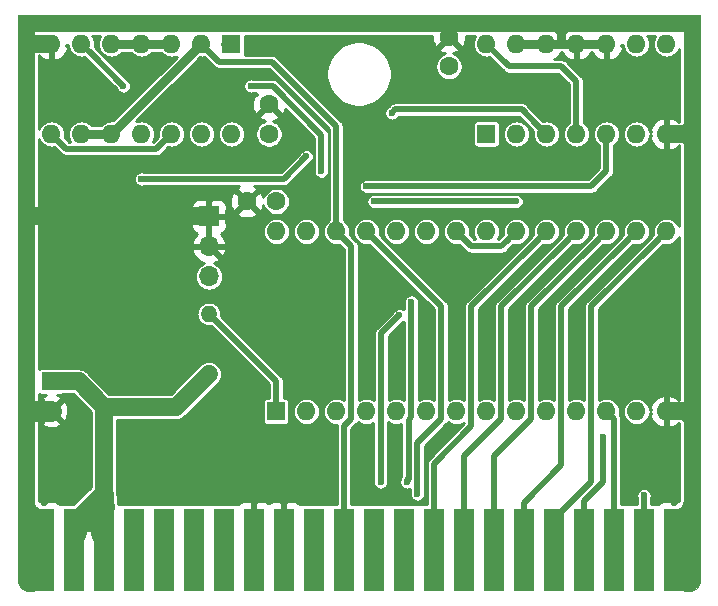
<source format=gbr>
G04 #@! TF.GenerationSoftware,KiCad,Pcbnew,(5.1.2)-1*
G04 #@! TF.CreationDate,2019-11-02T02:49:22-04:00*
G04 #@! TF.ProjectId,superzaxxonduo,73757065-727a-4617-9878-6f6e64756f2e,rev?*
G04 #@! TF.SameCoordinates,Original*
G04 #@! TF.FileFunction,Copper,L1,Top*
G04 #@! TF.FilePolarity,Positive*
%FSLAX46Y46*%
G04 Gerber Fmt 4.6, Leading zero omitted, Abs format (unit mm)*
G04 Created by KiCad (PCBNEW (5.1.2)-1) date 2019-11-02 02:49:22*
%MOMM*%
%LPD*%
G04 APERTURE LIST*
%ADD10C,0.100000*%
%ADD11C,1.950000*%
%ADD12C,0.500000*%
%ADD13R,1.750000X7.000000*%
%ADD14C,1.600000*%
%ADD15R,1.600000X1.600000*%
%ADD16R,1.700000X1.700000*%
%ADD17O,1.700000X1.700000*%
%ADD18C,1.400000*%
%ADD19O,1.400000X1.400000*%
%ADD20O,1.600000X1.600000*%
%ADD21C,0.600000*%
%ADD22C,0.750000*%
%ADD23C,1.500000*%
%ADD24C,1.750000*%
%ADD25C,0.535000*%
%ADD26C,0.254000*%
G04 APERTURE END LIST*
D10*
G36*
X135509000Y-38989000D02*
G01*
X135255000Y-38735000D01*
X135255000Y-37465000D01*
X135509000Y-37211000D01*
X135509000Y-38989000D01*
G37*
X135509000Y-38989000D02*
X135255000Y-38735000D01*
X135255000Y-37465000D01*
X135509000Y-37211000D01*
X135509000Y-38989000D01*
G36*
X125349000Y-29718000D02*
G01*
X125349000Y-29972000D01*
X125603000Y-30226000D01*
X124587000Y-30226000D01*
X124841000Y-29972000D01*
X124841000Y-29718000D01*
X124460000Y-29337000D01*
X125730000Y-29337000D01*
X125349000Y-29718000D01*
G37*
X125349000Y-29718000D02*
X125349000Y-29972000D01*
X125603000Y-30226000D01*
X124587000Y-30226000D01*
X124841000Y-29972000D01*
X124841000Y-29718000D01*
X124460000Y-29337000D01*
X125730000Y-29337000D01*
X125349000Y-29718000D01*
G36*
X135509000Y-62484000D02*
G01*
X135255000Y-62230000D01*
X135255000Y-60960000D01*
X135509000Y-60706000D01*
X135509000Y-62484000D01*
G37*
X135509000Y-62484000D02*
X135255000Y-62230000D01*
X135255000Y-60960000D01*
X135509000Y-60706000D01*
X135509000Y-62484000D01*
G36*
X86995000Y-62103000D02*
G01*
X86995000Y-61849000D01*
X87249000Y-61849000D01*
X86995000Y-62103000D01*
G37*
X86995000Y-62103000D02*
X86995000Y-61849000D01*
X87249000Y-61849000D01*
X86995000Y-62103000D01*
G36*
X87185500Y-69850000D02*
G01*
X83693000Y-70104000D01*
X85852000Y-67945000D01*
X87058500Y-67945000D01*
X87185500Y-69850000D01*
G37*
X87185500Y-69850000D02*
X83693000Y-70104000D01*
X85852000Y-67945000D01*
X87058500Y-67945000D01*
X87185500Y-69850000D01*
D11*
X83934300Y-71907400D02*
G75*
G02X86245700Y-71958200I1155700J-25400D01*
G01*
D12*
X135661400Y-69278500D02*
G75*
G02X134835900Y-70104000I-825500J0D01*
G01*
X81076800Y-70104000D02*
G75*
G02X80251300Y-69278500I0J825500D01*
G01*
D10*
G36*
X79057500Y-59690000D02*
G01*
X79057500Y-28003500D01*
X136842500Y-28003500D01*
X136842500Y-59690000D01*
X135445500Y-59690000D01*
X135445500Y-29464000D01*
X135382000Y-29400500D01*
X80518000Y-29400500D01*
X80454500Y-29464000D01*
X80454500Y-59690000D01*
X79057500Y-59690000D01*
G37*
X79057500Y-59690000D02*
X79057500Y-28003500D01*
X136842500Y-28003500D01*
X136842500Y-59690000D01*
X135445500Y-59690000D01*
X135445500Y-29464000D01*
X135382000Y-29400500D01*
X80518000Y-29400500D01*
X80454500Y-29464000D01*
X80454500Y-59690000D01*
X79057500Y-59690000D01*
G36*
X135445500Y-76771500D02*
G01*
X136144000Y-76771500D01*
X136588500Y-76517500D01*
X136842500Y-76073000D01*
X136842500Y-75819000D01*
X136842500Y-59690000D01*
X135445500Y-59690000D01*
X135445500Y-76771500D01*
G37*
X135445500Y-76771500D02*
X136144000Y-76771500D01*
X136588500Y-76517500D01*
X136842500Y-76073000D01*
X136842500Y-75819000D01*
X136842500Y-59690000D01*
X135445500Y-59690000D01*
X135445500Y-76771500D01*
G36*
X80454500Y-76771500D02*
G01*
X79756000Y-76771500D01*
X79311500Y-76517500D01*
X79057500Y-76073000D01*
X79057500Y-75819000D01*
X79057500Y-59690000D01*
X80454500Y-59690000D01*
X80454500Y-76771500D01*
G37*
X80454500Y-76771500D02*
X79756000Y-76771500D01*
X79311500Y-76517500D01*
X79057500Y-76073000D01*
X79057500Y-75819000D01*
X79057500Y-59690000D01*
X80454500Y-59690000D01*
X80454500Y-76771500D01*
D13*
X132080000Y-73342500D03*
X134620000Y-73342500D03*
X124460000Y-73342500D03*
X129540000Y-73342500D03*
X121920000Y-73342500D03*
X127000000Y-73342500D03*
X119380000Y-73342500D03*
X106680000Y-73342500D03*
X111760000Y-73342500D03*
X109220000Y-73342500D03*
X114300000Y-73342500D03*
X116840000Y-73342500D03*
X104140000Y-73342500D03*
X101600000Y-73342500D03*
X99060000Y-73342500D03*
X96520000Y-73342500D03*
X93980000Y-73342500D03*
X91440000Y-73342500D03*
X88900000Y-73342500D03*
X86360000Y-73342500D03*
X83820000Y-73342500D03*
X81280000Y-73342500D03*
D14*
X100330000Y-35600000D03*
X100330000Y-38100000D03*
X115570000Y-32385000D03*
X115570000Y-29885000D03*
X100965000Y-43815000D03*
X98465000Y-43815000D03*
D15*
X81915000Y-59055000D03*
D14*
X81915000Y-61555000D03*
D16*
X95250000Y-45085000D03*
D17*
X95250000Y-47625000D03*
X95250000Y-50165000D03*
D18*
X95250000Y-58420000D03*
D19*
X95250000Y-53340000D03*
D15*
X97155000Y-30480000D03*
D20*
X81915000Y-38100000D03*
X94615000Y-30480000D03*
X84455000Y-38100000D03*
X92075000Y-30480000D03*
X86995000Y-38100000D03*
X89535000Y-30480000D03*
X89535000Y-38100000D03*
X86995000Y-30480000D03*
X92075000Y-38100000D03*
X84455000Y-30480000D03*
X94615000Y-38100000D03*
X81915000Y-30480000D03*
X97155000Y-38100000D03*
X118745000Y-30480000D03*
X133985000Y-38100000D03*
X121285000Y-30480000D03*
X131445000Y-38100000D03*
X123825000Y-30480000D03*
X128905000Y-38100000D03*
X126365000Y-30480000D03*
X126365000Y-38100000D03*
X128905000Y-30480000D03*
X123825000Y-38100000D03*
X131445000Y-30480000D03*
X121285000Y-38100000D03*
X133985000Y-30480000D03*
D15*
X118745000Y-38100000D03*
X100965000Y-61595000D03*
D20*
X133985000Y-46355000D03*
X103505000Y-61595000D03*
X131445000Y-46355000D03*
X106045000Y-61595000D03*
X128905000Y-46355000D03*
X108585000Y-61595000D03*
X126365000Y-46355000D03*
X111125000Y-61595000D03*
X123825000Y-46355000D03*
X113665000Y-61595000D03*
X121285000Y-46355000D03*
X116205000Y-61595000D03*
X118745000Y-46355000D03*
X118745000Y-61595000D03*
X116205000Y-46355000D03*
X121285000Y-61595000D03*
X113665000Y-46355000D03*
X123825000Y-61595000D03*
X111125000Y-46355000D03*
X126365000Y-61595000D03*
X108585000Y-46355000D03*
X128905000Y-61595000D03*
X106045000Y-46355000D03*
X131445000Y-61595000D03*
X103505000Y-46355000D03*
X133985000Y-61595000D03*
X100965000Y-46355000D03*
D21*
X80010000Y-44958000D03*
X135890000Y-44958000D03*
X81915000Y-41148000D03*
X81915000Y-50927000D03*
X84963000Y-56896000D03*
X84963000Y-41021000D03*
X86106000Y-35433000D03*
X93980000Y-35560000D03*
X100330000Y-30480000D03*
X105410000Y-64135000D03*
X102870000Y-65659000D03*
X108077000Y-65532000D03*
X110871000Y-66040000D03*
X111125000Y-57531000D03*
X110744000Y-36322000D03*
X88011000Y-34036000D03*
X98806000Y-34036000D03*
X104775000Y-41275000D03*
X108585000Y-42545000D03*
X109220000Y-43815000D03*
X121285000Y-43815000D03*
X89535000Y-41910000D03*
X103505000Y-40005000D03*
X109781998Y-67564000D03*
X111379000Y-53467000D03*
X112014000Y-67564000D03*
X112395000Y-52324000D03*
X132080000Y-68707000D03*
X112903000Y-68580000D03*
X128651000Y-63754000D03*
D22*
X121285000Y-30480000D02*
X123825000Y-30480000D01*
X126365000Y-30480000D02*
X128905000Y-30480000D01*
D23*
X135890000Y-61595000D02*
X133985000Y-61595000D01*
X133985000Y-38100000D02*
X135890000Y-38100000D01*
D22*
X135890000Y-38100000D02*
X135890000Y-44958000D01*
X135890000Y-61595000D02*
X135890000Y-67945000D01*
X135890000Y-67945000D02*
X135890000Y-67961551D01*
X136507990Y-68562990D02*
X135890000Y-67945000D01*
X136507990Y-73079510D02*
X136507990Y-68562990D01*
X136245000Y-73342500D02*
X136507990Y-73079510D01*
X134620000Y-73342500D02*
X136245000Y-73342500D01*
X79655000Y-73342500D02*
X81280000Y-73342500D01*
X79415107Y-73102607D02*
X79655000Y-73342500D01*
D24*
X81915000Y-61555000D02*
X80050000Y-61555000D01*
D22*
X80050000Y-61555000D02*
X80010000Y-61595000D01*
X80010000Y-61595000D02*
X80010000Y-67971425D01*
X80010000Y-67971425D02*
X79981737Y-68021689D01*
X79981737Y-68021689D02*
X79415107Y-68588319D01*
X79415107Y-68588319D02*
X79415107Y-73102607D01*
D23*
X81915000Y-30480000D02*
X80010000Y-30480000D01*
D22*
X125095000Y-30480000D02*
X125095000Y-28575000D01*
X125095000Y-30480000D02*
X126365000Y-30480000D01*
X123825000Y-30480000D02*
X125095000Y-30480000D01*
X125095000Y-28575000D02*
X135255000Y-28575000D01*
X135255000Y-28575000D02*
X135890000Y-29210000D01*
X135890000Y-29210000D02*
X135890000Y-31115000D01*
X135890000Y-31115000D02*
X135890000Y-38100000D01*
D25*
X124584999Y-29085001D02*
X125095000Y-28575000D01*
X116369999Y-29085001D02*
X124584999Y-29085001D01*
X115570000Y-29885000D02*
X116369999Y-29085001D01*
D23*
X92900000Y-45085000D02*
X80010000Y-45085000D01*
X95250000Y-45085000D02*
X92900000Y-45085000D01*
D22*
X80010000Y-30480000D02*
X80010000Y-45085000D01*
X80010000Y-45085000D02*
X80010000Y-61595000D01*
D25*
X101600000Y-69307500D02*
X101600000Y-73342500D01*
X100965000Y-68672500D02*
X101600000Y-69307500D01*
X99060000Y-69307500D02*
X99695000Y-68672500D01*
X99060000Y-73342500D02*
X99060000Y-69307500D01*
D22*
X135890000Y-44958000D02*
X135890000Y-61595000D01*
D25*
X102232501Y-54607501D02*
X102232501Y-64772499D01*
X95250000Y-47625000D02*
X102232501Y-54607501D01*
X100237500Y-66767500D02*
X100237500Y-68672500D01*
X102232501Y-64772499D02*
X100237500Y-66767500D01*
X99695000Y-68672500D02*
X100237500Y-68672500D01*
X100237500Y-68672500D02*
X100965000Y-68672500D01*
X126365000Y-33655000D02*
X126365000Y-38100000D01*
X125095000Y-32385000D02*
X126365000Y-33655000D01*
X118745000Y-30480000D02*
X120650000Y-32385000D01*
X120650000Y-32385000D02*
X125095000Y-32385000D01*
D23*
X84215000Y-59055000D02*
X86360000Y-61200000D01*
X81915000Y-59055000D02*
X84215000Y-59055000D01*
X86360000Y-61200000D02*
X86360000Y-68453000D01*
X92470000Y-61200000D02*
X95250000Y-58420000D01*
X86360000Y-61200000D02*
X92470000Y-61200000D01*
D25*
X100965000Y-59055000D02*
X100965000Y-61595000D01*
X95250000Y-53340000D02*
X100965000Y-59055000D01*
D22*
X97155000Y-30480000D02*
X96650002Y-30480000D01*
D25*
X91275001Y-38899999D02*
X92075000Y-38100000D01*
X90807499Y-39367501D02*
X91275001Y-38899999D01*
X83182501Y-39367501D02*
X90807499Y-39367501D01*
X81915000Y-38100000D02*
X83182501Y-39367501D01*
D22*
X94615000Y-30480000D02*
X92075000Y-33020000D01*
X92075000Y-33020000D02*
X86995000Y-38100000D01*
X84455000Y-38100000D02*
X86995000Y-38100000D01*
D25*
X106045000Y-37465000D02*
X106045000Y-46355000D01*
X100584000Y-32004000D02*
X106045000Y-37465000D01*
X94615000Y-30480000D02*
X96139000Y-32004000D01*
X96139000Y-32004000D02*
X100584000Y-32004000D01*
X106844999Y-47154999D02*
X106045000Y-46355000D01*
X107312501Y-47622501D02*
X106844999Y-47154999D01*
X107312501Y-62203401D02*
X107312501Y-47622501D01*
X106680000Y-62835902D02*
X107312501Y-62203401D01*
X106680000Y-73342500D02*
X106680000Y-62835902D01*
D22*
X89535000Y-30480000D02*
X92075000Y-30480000D01*
X86995000Y-30480000D02*
X89535000Y-30480000D01*
D25*
X123025001Y-37300001D02*
X123825000Y-38100000D01*
X121747001Y-36022001D02*
X123025001Y-37300001D01*
X111043999Y-36022001D02*
X121747001Y-36022001D01*
X110744000Y-36322000D02*
X111043999Y-36022001D01*
X84455000Y-30480000D02*
X85254999Y-31279999D01*
X85254999Y-31279999D02*
X88011000Y-34036000D01*
X88011000Y-34036000D02*
X88011000Y-34036000D01*
X120485001Y-47154999D02*
X121285000Y-46355000D01*
X120017499Y-47622501D02*
X120485001Y-47154999D01*
X117472501Y-47622501D02*
X120017499Y-47622501D01*
X116205000Y-46355000D02*
X117472501Y-47622501D01*
X98806000Y-34036000D02*
X100641902Y-34036000D01*
X104775000Y-38169098D02*
X104775000Y-41275000D01*
X100641902Y-34036000D02*
X104775000Y-38169098D01*
X128905000Y-41275000D02*
X128905000Y-38100000D01*
X108585000Y-42545000D02*
X127635000Y-42545000D01*
X127635000Y-42545000D02*
X128905000Y-41275000D01*
X109220000Y-43815000D02*
X121285000Y-43815000D01*
X121285000Y-43815000D02*
X121285000Y-43815000D01*
X89535000Y-41910000D02*
X101600000Y-41910000D01*
X101600000Y-41910000D02*
X103505000Y-40005000D01*
X103505000Y-40005000D02*
X103505000Y-40005000D01*
X133185001Y-47154999D02*
X133985000Y-46355000D01*
X127637499Y-52702501D02*
X133185001Y-47154999D01*
X127637499Y-67540001D02*
X127637499Y-52702501D01*
X124460000Y-70717500D02*
X127637499Y-67540001D01*
X124460000Y-73342500D02*
X124460000Y-70717500D01*
X130645001Y-47154999D02*
X131445000Y-46355000D01*
X125097499Y-52702501D02*
X130645001Y-47154999D01*
X125097499Y-66130001D02*
X125097499Y-52702501D01*
X121920000Y-69307500D02*
X125097499Y-66130001D01*
X121920000Y-73342500D02*
X121920000Y-69307500D01*
X128105001Y-47154999D02*
X128905000Y-46355000D01*
X122557499Y-52702501D02*
X128105001Y-47154999D01*
X122557499Y-62198403D02*
X122557499Y-52702501D01*
X119380000Y-65375902D02*
X122557499Y-62198403D01*
X119380000Y-73342500D02*
X119380000Y-65375902D01*
X125565001Y-47154999D02*
X126365000Y-46355000D01*
X120017499Y-52702501D02*
X125565001Y-47154999D01*
X120017499Y-62198403D02*
X120017499Y-52702501D01*
X116840000Y-65375902D02*
X120017499Y-62198403D01*
X116840000Y-73342500D02*
X116840000Y-65375902D01*
X123025001Y-47154999D02*
X123825000Y-46355000D01*
X117477499Y-52702501D02*
X123025001Y-47154999D01*
X117477499Y-62862501D02*
X117477499Y-52702501D01*
X114300000Y-66040000D02*
X117477499Y-62862501D01*
X114300000Y-73342500D02*
X114300000Y-66040000D01*
X109857499Y-61973501D02*
X109857499Y-54988501D01*
X109781998Y-67564000D02*
X109781998Y-62049002D01*
X109781998Y-62049002D02*
X109857499Y-61973501D01*
X109857499Y-54988501D02*
X111379000Y-53467000D01*
X111379000Y-53467000D02*
X111379000Y-53467000D01*
X112167990Y-62330010D02*
X112395000Y-62103000D01*
X112167990Y-67283010D02*
X112167990Y-62330010D01*
X112014000Y-67564000D02*
X112014000Y-67437000D01*
X112014000Y-67437000D02*
X112167990Y-67283010D01*
X112395000Y-62103000D02*
X112395000Y-52324000D01*
X112395000Y-52324000D02*
X112395000Y-52324000D01*
X132080000Y-73342500D02*
X132080000Y-69307500D01*
X132080000Y-69307500D02*
X132080000Y-68707000D01*
X132080000Y-68707000D02*
X132080000Y-68707000D01*
X109384999Y-47154999D02*
X108585000Y-46355000D01*
X114932501Y-52702501D02*
X109384999Y-47154999D01*
X114932501Y-62208399D02*
X114932501Y-52702501D01*
X112903000Y-64237900D02*
X114932501Y-62208399D01*
X112903000Y-68580000D02*
X112903000Y-64237900D01*
X129540000Y-62230000D02*
X128905000Y-61595000D01*
X129540000Y-73342500D02*
X129540000Y-62230000D01*
X127000000Y-69216961D02*
X128651000Y-67565961D01*
X127000000Y-73342500D02*
X127000000Y-69216961D01*
X128651000Y-67565961D02*
X128651000Y-63754000D01*
X128651000Y-63754000D02*
X128651000Y-63754000D01*
D26*
G36*
X80866315Y-60103685D02*
G01*
X80919610Y-60147422D01*
X80980413Y-60179922D01*
X81046388Y-60199935D01*
X81115000Y-60206693D01*
X81423713Y-60206693D01*
X81298708Y-60251397D01*
X81173486Y-60318329D01*
X81101903Y-60562298D01*
X81915000Y-61375395D01*
X82728097Y-60562298D01*
X82656514Y-60318329D01*
X82420583Y-60206693D01*
X82715000Y-60206693D01*
X82783612Y-60199935D01*
X82849587Y-60179922D01*
X82896213Y-60155000D01*
X83759366Y-60155000D01*
X85260000Y-61655635D01*
X85260001Y-67971313D01*
X83762314Y-69469000D01*
X82669939Y-69469000D01*
X82606185Y-69391315D01*
X82509494Y-69311963D01*
X82399180Y-69252998D01*
X82279482Y-69216688D01*
X82155000Y-69204428D01*
X81565750Y-69207500D01*
X81407000Y-69366250D01*
X81407000Y-69469000D01*
X81153000Y-69469000D01*
X81153000Y-69366250D01*
X80994250Y-69207500D01*
X80854500Y-69206771D01*
X80854500Y-62547702D01*
X81101903Y-62547702D01*
X81173486Y-62791671D01*
X81428996Y-62912571D01*
X81703184Y-62981300D01*
X81985512Y-62995217D01*
X82265130Y-62953787D01*
X82531292Y-62858603D01*
X82656514Y-62791671D01*
X82728097Y-62547702D01*
X81915000Y-61734605D01*
X81101903Y-62547702D01*
X80854500Y-62547702D01*
X80854500Y-62348204D01*
X80922298Y-62368097D01*
X81735395Y-61555000D01*
X82094605Y-61555000D01*
X82907702Y-62368097D01*
X83151671Y-62296514D01*
X83272571Y-62041004D01*
X83341300Y-61766816D01*
X83355217Y-61484488D01*
X83313787Y-61204870D01*
X83218603Y-60938708D01*
X83151671Y-60813486D01*
X82907702Y-60741903D01*
X82094605Y-61555000D01*
X81735395Y-61555000D01*
X80922298Y-60741903D01*
X80854500Y-60761796D01*
X80854500Y-60089288D01*
X80866315Y-60103685D01*
X80866315Y-60103685D01*
G37*
X80866315Y-60103685D02*
X80919610Y-60147422D01*
X80980413Y-60179922D01*
X81046388Y-60199935D01*
X81115000Y-60206693D01*
X81423713Y-60206693D01*
X81298708Y-60251397D01*
X81173486Y-60318329D01*
X81101903Y-60562298D01*
X81915000Y-61375395D01*
X82728097Y-60562298D01*
X82656514Y-60318329D01*
X82420583Y-60206693D01*
X82715000Y-60206693D01*
X82783612Y-60199935D01*
X82849587Y-60179922D01*
X82896213Y-60155000D01*
X83759366Y-60155000D01*
X85260000Y-61655635D01*
X85260001Y-67971313D01*
X83762314Y-69469000D01*
X82669939Y-69469000D01*
X82606185Y-69391315D01*
X82509494Y-69311963D01*
X82399180Y-69252998D01*
X82279482Y-69216688D01*
X82155000Y-69204428D01*
X81565750Y-69207500D01*
X81407000Y-69366250D01*
X81407000Y-69469000D01*
X81153000Y-69469000D01*
X81153000Y-69366250D01*
X80994250Y-69207500D01*
X80854500Y-69206771D01*
X80854500Y-62547702D01*
X81101903Y-62547702D01*
X81173486Y-62791671D01*
X81428996Y-62912571D01*
X81703184Y-62981300D01*
X81985512Y-62995217D01*
X82265130Y-62953787D01*
X82531292Y-62858603D01*
X82656514Y-62791671D01*
X82728097Y-62547702D01*
X81915000Y-61734605D01*
X81101903Y-62547702D01*
X80854500Y-62547702D01*
X80854500Y-62348204D01*
X80922298Y-62368097D01*
X81735395Y-61555000D01*
X82094605Y-61555000D01*
X82907702Y-62368097D01*
X83151671Y-62296514D01*
X83272571Y-62041004D01*
X83341300Y-61766816D01*
X83355217Y-61484488D01*
X83313787Y-61204870D01*
X83218603Y-60938708D01*
X83151671Y-60813486D01*
X82907702Y-60741903D01*
X82094605Y-61555000D01*
X81735395Y-61555000D01*
X80922298Y-60741903D01*
X80854500Y-60761796D01*
X80854500Y-60089288D01*
X80866315Y-60103685D01*
G36*
X110483003Y-62555816D02*
G01*
X110682785Y-62662602D01*
X110899561Y-62728360D01*
X111068508Y-62745000D01*
X111181492Y-62745000D01*
X111350439Y-62728360D01*
X111550491Y-62667675D01*
X111550490Y-67028419D01*
X111498084Y-67092276D01*
X111440745Y-67199550D01*
X111405435Y-67315949D01*
X111403016Y-67340515D01*
X111388979Y-67374402D01*
X111364000Y-67499981D01*
X111364000Y-67628019D01*
X111388979Y-67753598D01*
X111437978Y-67871890D01*
X111509112Y-67978351D01*
X111599649Y-68068888D01*
X111706110Y-68140022D01*
X111824402Y-68189021D01*
X111949981Y-68214000D01*
X112078019Y-68214000D01*
X112203598Y-68189021D01*
X112285500Y-68155095D01*
X112285500Y-68372245D01*
X112277979Y-68390402D01*
X112253000Y-68515981D01*
X112253000Y-68644019D01*
X112277979Y-68769598D01*
X112326978Y-68887890D01*
X112398112Y-68994351D01*
X112488649Y-69084888D01*
X112595110Y-69156022D01*
X112713402Y-69205021D01*
X112838981Y-69230000D01*
X112967019Y-69230000D01*
X113092598Y-69205021D01*
X113210890Y-69156022D01*
X113317351Y-69084888D01*
X113407888Y-68994351D01*
X113479022Y-68887890D01*
X113528021Y-68769598D01*
X113553000Y-68644019D01*
X113553000Y-68515981D01*
X113528021Y-68390402D01*
X113520500Y-68372245D01*
X113520500Y-64493676D01*
X115347693Y-62666484D01*
X115371252Y-62647150D01*
X115409229Y-62600874D01*
X115448417Y-62553124D01*
X115482355Y-62489630D01*
X115563003Y-62555816D01*
X115762785Y-62662602D01*
X115979561Y-62728360D01*
X116148508Y-62745000D01*
X116261492Y-62745000D01*
X116430439Y-62728360D01*
X116647215Y-62662602D01*
X116846997Y-62555816D01*
X116859999Y-62545146D01*
X116859999Y-62606724D01*
X113884810Y-65581914D01*
X113861250Y-65601249D01*
X113841916Y-65624808D01*
X113784084Y-65695276D01*
X113726745Y-65802551D01*
X113691436Y-65918949D01*
X113679513Y-66040000D01*
X113682501Y-66070336D01*
X113682501Y-69469000D01*
X107297500Y-69469000D01*
X107297500Y-63091678D01*
X107727688Y-62661490D01*
X107751252Y-62642152D01*
X107812550Y-62567459D01*
X107828417Y-62548126D01*
X107860498Y-62488106D01*
X107943003Y-62555816D01*
X108142785Y-62662602D01*
X108359561Y-62728360D01*
X108528508Y-62745000D01*
X108641492Y-62745000D01*
X108810439Y-62728360D01*
X109027215Y-62662602D01*
X109164499Y-62589222D01*
X109164498Y-67356245D01*
X109156977Y-67374402D01*
X109131998Y-67499981D01*
X109131998Y-67628019D01*
X109156977Y-67753598D01*
X109205976Y-67871890D01*
X109277110Y-67978351D01*
X109367647Y-68068888D01*
X109474108Y-68140022D01*
X109592400Y-68189021D01*
X109717979Y-68214000D01*
X109846017Y-68214000D01*
X109971596Y-68189021D01*
X110089888Y-68140022D01*
X110196349Y-68068888D01*
X110286886Y-67978351D01*
X110358020Y-67871890D01*
X110407019Y-67753598D01*
X110431998Y-67628019D01*
X110431998Y-67499981D01*
X110407019Y-67374402D01*
X110399498Y-67356245D01*
X110399498Y-62487285D01*
X110483003Y-62555816D01*
X110483003Y-62555816D01*
G37*
X110483003Y-62555816D02*
X110682785Y-62662602D01*
X110899561Y-62728360D01*
X111068508Y-62745000D01*
X111181492Y-62745000D01*
X111350439Y-62728360D01*
X111550491Y-62667675D01*
X111550490Y-67028419D01*
X111498084Y-67092276D01*
X111440745Y-67199550D01*
X111405435Y-67315949D01*
X111403016Y-67340515D01*
X111388979Y-67374402D01*
X111364000Y-67499981D01*
X111364000Y-67628019D01*
X111388979Y-67753598D01*
X111437978Y-67871890D01*
X111509112Y-67978351D01*
X111599649Y-68068888D01*
X111706110Y-68140022D01*
X111824402Y-68189021D01*
X111949981Y-68214000D01*
X112078019Y-68214000D01*
X112203598Y-68189021D01*
X112285500Y-68155095D01*
X112285500Y-68372245D01*
X112277979Y-68390402D01*
X112253000Y-68515981D01*
X112253000Y-68644019D01*
X112277979Y-68769598D01*
X112326978Y-68887890D01*
X112398112Y-68994351D01*
X112488649Y-69084888D01*
X112595110Y-69156022D01*
X112713402Y-69205021D01*
X112838981Y-69230000D01*
X112967019Y-69230000D01*
X113092598Y-69205021D01*
X113210890Y-69156022D01*
X113317351Y-69084888D01*
X113407888Y-68994351D01*
X113479022Y-68887890D01*
X113528021Y-68769598D01*
X113553000Y-68644019D01*
X113553000Y-68515981D01*
X113528021Y-68390402D01*
X113520500Y-68372245D01*
X113520500Y-64493676D01*
X115347693Y-62666484D01*
X115371252Y-62647150D01*
X115409229Y-62600874D01*
X115448417Y-62553124D01*
X115482355Y-62489630D01*
X115563003Y-62555816D01*
X115762785Y-62662602D01*
X115979561Y-62728360D01*
X116148508Y-62745000D01*
X116261492Y-62745000D01*
X116430439Y-62728360D01*
X116647215Y-62662602D01*
X116846997Y-62555816D01*
X116859999Y-62545146D01*
X116859999Y-62606724D01*
X113884810Y-65581914D01*
X113861250Y-65601249D01*
X113841916Y-65624808D01*
X113784084Y-65695276D01*
X113726745Y-65802551D01*
X113691436Y-65918949D01*
X113679513Y-66040000D01*
X113682501Y-66070336D01*
X113682501Y-69469000D01*
X107297500Y-69469000D01*
X107297500Y-63091678D01*
X107727688Y-62661490D01*
X107751252Y-62642152D01*
X107812550Y-62567459D01*
X107828417Y-62548126D01*
X107860498Y-62488106D01*
X107943003Y-62555816D01*
X108142785Y-62662602D01*
X108359561Y-62728360D01*
X108528508Y-62745000D01*
X108641492Y-62745000D01*
X108810439Y-62728360D01*
X109027215Y-62662602D01*
X109164499Y-62589222D01*
X109164498Y-67356245D01*
X109156977Y-67374402D01*
X109131998Y-67499981D01*
X109131998Y-67628019D01*
X109156977Y-67753598D01*
X109205976Y-67871890D01*
X109277110Y-67978351D01*
X109367647Y-68068888D01*
X109474108Y-68140022D01*
X109592400Y-68189021D01*
X109717979Y-68214000D01*
X109846017Y-68214000D01*
X109971596Y-68189021D01*
X110089888Y-68140022D01*
X110196349Y-68068888D01*
X110286886Y-67978351D01*
X110358020Y-67871890D01*
X110407019Y-67753598D01*
X110431998Y-67628019D01*
X110431998Y-67499981D01*
X110407019Y-67374402D01*
X110399498Y-67356245D01*
X110399498Y-62487285D01*
X110483003Y-62555816D01*
G36*
X95680910Y-32419186D02*
G01*
X95700249Y-32442751D01*
X95748282Y-32482170D01*
X95794275Y-32519916D01*
X95851614Y-32550564D01*
X95901550Y-32577255D01*
X96017949Y-32612565D01*
X96108671Y-32621500D01*
X96108673Y-32621500D01*
X96138999Y-32624487D01*
X96169325Y-32621500D01*
X100328224Y-32621500D01*
X105427500Y-37720777D01*
X105427501Y-45381090D01*
X105403003Y-45394184D01*
X105227893Y-45537893D01*
X105084184Y-45713003D01*
X104977398Y-45912785D01*
X104911640Y-46129561D01*
X104889436Y-46355000D01*
X104911640Y-46580439D01*
X104977398Y-46797215D01*
X105084184Y-46996997D01*
X105227893Y-47172107D01*
X105403003Y-47315816D01*
X105602785Y-47422602D01*
X105819561Y-47488360D01*
X105988508Y-47505000D01*
X106101492Y-47505000D01*
X106270439Y-47488360D01*
X106297021Y-47480297D01*
X106386915Y-47570191D01*
X106695002Y-47878279D01*
X106695001Y-60640753D01*
X106686997Y-60634184D01*
X106487215Y-60527398D01*
X106270439Y-60461640D01*
X106101492Y-60445000D01*
X105988508Y-60445000D01*
X105819561Y-60461640D01*
X105602785Y-60527398D01*
X105403003Y-60634184D01*
X105227893Y-60777893D01*
X105084184Y-60953003D01*
X104977398Y-61152785D01*
X104911640Y-61369561D01*
X104889436Y-61595000D01*
X104911640Y-61820439D01*
X104977398Y-62037215D01*
X105084184Y-62236997D01*
X105227893Y-62412107D01*
X105403003Y-62555816D01*
X105602785Y-62662602D01*
X105819561Y-62728360D01*
X105988508Y-62745000D01*
X106068466Y-62745000D01*
X106059513Y-62835902D01*
X106062501Y-62866238D01*
X106062500Y-69469000D01*
X102989939Y-69469000D01*
X102926185Y-69391315D01*
X102829494Y-69311963D01*
X102719180Y-69252998D01*
X102599482Y-69216688D01*
X102475000Y-69204428D01*
X101885750Y-69207500D01*
X101727000Y-69366250D01*
X101727000Y-69469000D01*
X101473000Y-69469000D01*
X101473000Y-69366250D01*
X101314250Y-69207500D01*
X100725000Y-69204428D01*
X100600518Y-69216688D01*
X100480820Y-69252998D01*
X100370506Y-69311963D01*
X100330000Y-69345205D01*
X100289494Y-69311963D01*
X100179180Y-69252998D01*
X100059482Y-69216688D01*
X99935000Y-69204428D01*
X99345750Y-69207500D01*
X99187000Y-69366250D01*
X99187000Y-69469000D01*
X98933000Y-69469000D01*
X98933000Y-69366250D01*
X98774250Y-69207500D01*
X98185000Y-69204428D01*
X98060518Y-69216688D01*
X97940820Y-69252998D01*
X97830506Y-69311963D01*
X97733815Y-69391315D01*
X97670061Y-69469000D01*
X87560988Y-69469000D01*
X87460000Y-67954182D01*
X87460000Y-62300000D01*
X92415966Y-62300000D01*
X92470000Y-62305322D01*
X92524034Y-62300000D01*
X92524036Y-62300000D01*
X92685638Y-62284084D01*
X92892988Y-62221184D01*
X93084084Y-62119042D01*
X93251581Y-61981581D01*
X93286033Y-61939601D01*
X96066026Y-59159609D01*
X96169042Y-59034084D01*
X96271184Y-58842989D01*
X96334084Y-58635638D01*
X96355322Y-58420000D01*
X96334084Y-58204362D01*
X96271184Y-57997012D01*
X96169042Y-57805916D01*
X96031580Y-57638420D01*
X95864084Y-57500958D01*
X95672988Y-57398816D01*
X95465638Y-57335916D01*
X95250000Y-57314678D01*
X95034362Y-57335916D01*
X94827011Y-57398816D01*
X94635916Y-57500958D01*
X94510391Y-57603974D01*
X92014366Y-60100000D01*
X86815635Y-60100000D01*
X85031033Y-58315399D01*
X84996581Y-58273419D01*
X84829084Y-58135958D01*
X84637988Y-58033816D01*
X84430638Y-57970916D01*
X84269036Y-57955000D01*
X84269034Y-57955000D01*
X84215000Y-57949678D01*
X84160966Y-57955000D01*
X82896213Y-57955000D01*
X82849587Y-57930078D01*
X82783612Y-57910065D01*
X82715000Y-57903307D01*
X81115000Y-57903307D01*
X81046388Y-57910065D01*
X80980413Y-57930078D01*
X80919610Y-57962578D01*
X80866315Y-58006315D01*
X80854500Y-58020712D01*
X80854500Y-53340000D01*
X94194920Y-53340000D01*
X94215193Y-53545836D01*
X94275233Y-53743762D01*
X94372733Y-53926171D01*
X94503946Y-54086054D01*
X94663829Y-54217267D01*
X94846238Y-54314767D01*
X95044164Y-54374807D01*
X95198422Y-54390000D01*
X95301578Y-54390000D01*
X95415503Y-54378779D01*
X100347500Y-59310777D01*
X100347501Y-60443307D01*
X100165000Y-60443307D01*
X100096388Y-60450065D01*
X100030413Y-60470078D01*
X99969610Y-60502578D01*
X99916315Y-60546315D01*
X99872578Y-60599610D01*
X99840078Y-60660413D01*
X99820065Y-60726388D01*
X99813307Y-60795000D01*
X99813307Y-62395000D01*
X99820065Y-62463612D01*
X99840078Y-62529587D01*
X99872578Y-62590390D01*
X99916315Y-62643685D01*
X99969610Y-62687422D01*
X100030413Y-62719922D01*
X100096388Y-62739935D01*
X100165000Y-62746693D01*
X101765000Y-62746693D01*
X101833612Y-62739935D01*
X101899587Y-62719922D01*
X101960390Y-62687422D01*
X102013685Y-62643685D01*
X102057422Y-62590390D01*
X102089922Y-62529587D01*
X102109935Y-62463612D01*
X102116693Y-62395000D01*
X102116693Y-61595000D01*
X102349436Y-61595000D01*
X102371640Y-61820439D01*
X102437398Y-62037215D01*
X102544184Y-62236997D01*
X102687893Y-62412107D01*
X102863003Y-62555816D01*
X103062785Y-62662602D01*
X103279561Y-62728360D01*
X103448508Y-62745000D01*
X103561492Y-62745000D01*
X103730439Y-62728360D01*
X103947215Y-62662602D01*
X104146997Y-62555816D01*
X104322107Y-62412107D01*
X104465816Y-62236997D01*
X104572602Y-62037215D01*
X104638360Y-61820439D01*
X104660564Y-61595000D01*
X104638360Y-61369561D01*
X104572602Y-61152785D01*
X104465816Y-60953003D01*
X104322107Y-60777893D01*
X104146997Y-60634184D01*
X103947215Y-60527398D01*
X103730439Y-60461640D01*
X103561492Y-60445000D01*
X103448508Y-60445000D01*
X103279561Y-60461640D01*
X103062785Y-60527398D01*
X102863003Y-60634184D01*
X102687893Y-60777893D01*
X102544184Y-60953003D01*
X102437398Y-61152785D01*
X102371640Y-61369561D01*
X102349436Y-61595000D01*
X102116693Y-61595000D01*
X102116693Y-60795000D01*
X102109935Y-60726388D01*
X102089922Y-60660413D01*
X102057422Y-60599610D01*
X102013685Y-60546315D01*
X101960390Y-60502578D01*
X101899587Y-60470078D01*
X101833612Y-60450065D01*
X101765000Y-60443307D01*
X101582500Y-60443307D01*
X101582500Y-59085326D01*
X101585487Y-59055000D01*
X101582500Y-59024671D01*
X101573565Y-58933949D01*
X101538255Y-58817550D01*
X101480916Y-58710275D01*
X101423084Y-58639807D01*
X101403751Y-58616249D01*
X101380192Y-58596915D01*
X96288779Y-53505503D01*
X96305080Y-53340000D01*
X96284807Y-53134164D01*
X96224767Y-52936238D01*
X96127267Y-52753829D01*
X95996054Y-52593946D01*
X95836171Y-52462733D01*
X95653762Y-52365233D01*
X95455836Y-52305193D01*
X95301578Y-52290000D01*
X95198422Y-52290000D01*
X95044164Y-52305193D01*
X94846238Y-52365233D01*
X94663829Y-52462733D01*
X94503946Y-52593946D01*
X94372733Y-52753829D01*
X94275233Y-52936238D01*
X94215193Y-53134164D01*
X94194920Y-53340000D01*
X80854500Y-53340000D01*
X80854500Y-47981890D01*
X93808524Y-47981890D01*
X93853175Y-48129099D01*
X93978359Y-48391920D01*
X94152412Y-48625269D01*
X94368645Y-48820178D01*
X94618748Y-48969157D01*
X94821362Y-49041030D01*
X94788558Y-49050981D01*
X94580090Y-49162409D01*
X94397366Y-49312366D01*
X94247409Y-49495090D01*
X94135981Y-49703558D01*
X94067363Y-49929759D01*
X94044194Y-50165000D01*
X94067363Y-50400241D01*
X94135981Y-50626442D01*
X94247409Y-50834910D01*
X94397366Y-51017634D01*
X94580090Y-51167591D01*
X94788558Y-51279019D01*
X95014759Y-51347637D01*
X95191050Y-51365000D01*
X95308950Y-51365000D01*
X95485241Y-51347637D01*
X95711442Y-51279019D01*
X95919910Y-51167591D01*
X96102634Y-51017634D01*
X96252591Y-50834910D01*
X96364019Y-50626442D01*
X96432637Y-50400241D01*
X96455806Y-50165000D01*
X96432637Y-49929759D01*
X96364019Y-49703558D01*
X96252591Y-49495090D01*
X96102634Y-49312366D01*
X95919910Y-49162409D01*
X95711442Y-49050981D01*
X95678638Y-49041030D01*
X95881252Y-48969157D01*
X96131355Y-48820178D01*
X96347588Y-48625269D01*
X96521641Y-48391920D01*
X96646825Y-48129099D01*
X96691476Y-47981890D01*
X96570155Y-47752000D01*
X95377000Y-47752000D01*
X95377000Y-47772000D01*
X95123000Y-47772000D01*
X95123000Y-47752000D01*
X93929845Y-47752000D01*
X93808524Y-47981890D01*
X80854500Y-47981890D01*
X80854500Y-45935000D01*
X93761928Y-45935000D01*
X93774188Y-46059482D01*
X93810498Y-46179180D01*
X93869463Y-46289494D01*
X93948815Y-46386185D01*
X94045506Y-46465537D01*
X94155820Y-46524502D01*
X94236466Y-46548966D01*
X94152412Y-46624731D01*
X93978359Y-46858080D01*
X93853175Y-47120901D01*
X93808524Y-47268110D01*
X93929845Y-47498000D01*
X95123000Y-47498000D01*
X95123000Y-45212000D01*
X95377000Y-45212000D01*
X95377000Y-47498000D01*
X96570155Y-47498000D01*
X96691476Y-47268110D01*
X96646825Y-47120901D01*
X96521641Y-46858080D01*
X96347588Y-46624731D01*
X96263534Y-46548966D01*
X96344180Y-46524502D01*
X96454494Y-46465537D01*
X96551185Y-46386185D01*
X96576777Y-46355000D01*
X99809436Y-46355000D01*
X99831640Y-46580439D01*
X99897398Y-46797215D01*
X100004184Y-46996997D01*
X100147893Y-47172107D01*
X100323003Y-47315816D01*
X100522785Y-47422602D01*
X100739561Y-47488360D01*
X100908508Y-47505000D01*
X101021492Y-47505000D01*
X101190439Y-47488360D01*
X101407215Y-47422602D01*
X101606997Y-47315816D01*
X101782107Y-47172107D01*
X101925816Y-46996997D01*
X102032602Y-46797215D01*
X102098360Y-46580439D01*
X102120564Y-46355000D01*
X102349436Y-46355000D01*
X102371640Y-46580439D01*
X102437398Y-46797215D01*
X102544184Y-46996997D01*
X102687893Y-47172107D01*
X102863003Y-47315816D01*
X103062785Y-47422602D01*
X103279561Y-47488360D01*
X103448508Y-47505000D01*
X103561492Y-47505000D01*
X103730439Y-47488360D01*
X103947215Y-47422602D01*
X104146997Y-47315816D01*
X104322107Y-47172107D01*
X104465816Y-46996997D01*
X104572602Y-46797215D01*
X104638360Y-46580439D01*
X104660564Y-46355000D01*
X104638360Y-46129561D01*
X104572602Y-45912785D01*
X104465816Y-45713003D01*
X104322107Y-45537893D01*
X104146997Y-45394184D01*
X103947215Y-45287398D01*
X103730439Y-45221640D01*
X103561492Y-45205000D01*
X103448508Y-45205000D01*
X103279561Y-45221640D01*
X103062785Y-45287398D01*
X102863003Y-45394184D01*
X102687893Y-45537893D01*
X102544184Y-45713003D01*
X102437398Y-45912785D01*
X102371640Y-46129561D01*
X102349436Y-46355000D01*
X102120564Y-46355000D01*
X102098360Y-46129561D01*
X102032602Y-45912785D01*
X101925816Y-45713003D01*
X101782107Y-45537893D01*
X101606997Y-45394184D01*
X101407215Y-45287398D01*
X101190439Y-45221640D01*
X101021492Y-45205000D01*
X100908508Y-45205000D01*
X100739561Y-45221640D01*
X100522785Y-45287398D01*
X100323003Y-45394184D01*
X100147893Y-45537893D01*
X100004184Y-45713003D01*
X99897398Y-45912785D01*
X99831640Y-46129561D01*
X99809436Y-46355000D01*
X96576777Y-46355000D01*
X96630537Y-46289494D01*
X96689502Y-46179180D01*
X96725812Y-46059482D01*
X96738072Y-45935000D01*
X96735000Y-45370750D01*
X96576250Y-45212000D01*
X95377000Y-45212000D01*
X95123000Y-45212000D01*
X93923750Y-45212000D01*
X93765000Y-45370750D01*
X93761928Y-45935000D01*
X80854500Y-45935000D01*
X80854500Y-44235000D01*
X93761928Y-44235000D01*
X93765000Y-44799250D01*
X93923750Y-44958000D01*
X95123000Y-44958000D01*
X95123000Y-43758750D01*
X95377000Y-43758750D01*
X95377000Y-44958000D01*
X96576250Y-44958000D01*
X96726548Y-44807702D01*
X97651903Y-44807702D01*
X97723486Y-45051671D01*
X97978996Y-45172571D01*
X98253184Y-45241300D01*
X98535512Y-45255217D01*
X98815130Y-45213787D01*
X99081292Y-45118603D01*
X99206514Y-45051671D01*
X99278097Y-44807702D01*
X98465000Y-43994605D01*
X97651903Y-44807702D01*
X96726548Y-44807702D01*
X96735000Y-44799250D01*
X96738072Y-44235000D01*
X96725812Y-44110518D01*
X96689502Y-43990820D01*
X96633213Y-43885512D01*
X97024783Y-43885512D01*
X97066213Y-44165130D01*
X97161397Y-44431292D01*
X97228329Y-44556514D01*
X97472298Y-44628097D01*
X98285395Y-43815000D01*
X98644605Y-43815000D01*
X99457702Y-44628097D01*
X99701671Y-44556514D01*
X99822571Y-44301004D01*
X99859890Y-44152123D01*
X99945884Y-44359729D01*
X100071737Y-44548082D01*
X100231918Y-44708263D01*
X100420271Y-44834116D01*
X100629557Y-44920806D01*
X100851735Y-44965000D01*
X101078265Y-44965000D01*
X101300443Y-44920806D01*
X101509729Y-44834116D01*
X101698082Y-44708263D01*
X101858263Y-44548082D01*
X101984116Y-44359729D01*
X102070806Y-44150443D01*
X102115000Y-43928265D01*
X102115000Y-43701735D01*
X102070806Y-43479557D01*
X101984116Y-43270271D01*
X101858263Y-43081918D01*
X101698082Y-42921737D01*
X101509729Y-42795884D01*
X101300443Y-42709194D01*
X101078265Y-42665000D01*
X100851735Y-42665000D01*
X100629557Y-42709194D01*
X100420271Y-42795884D01*
X100231918Y-42921737D01*
X100071737Y-43081918D01*
X99945884Y-43270271D01*
X99864180Y-43467521D01*
X99863787Y-43464870D01*
X99768603Y-43198708D01*
X99701671Y-43073486D01*
X99457702Y-43001903D01*
X98644605Y-43815000D01*
X98285395Y-43815000D01*
X97472298Y-43001903D01*
X97228329Y-43073486D01*
X97107429Y-43328996D01*
X97038700Y-43603184D01*
X97024783Y-43885512D01*
X96633213Y-43885512D01*
X96630537Y-43880506D01*
X96551185Y-43783815D01*
X96454494Y-43704463D01*
X96344180Y-43645498D01*
X96224482Y-43609188D01*
X96100000Y-43596928D01*
X95535750Y-43600000D01*
X95377000Y-43758750D01*
X95123000Y-43758750D01*
X94964250Y-43600000D01*
X94400000Y-43596928D01*
X94275518Y-43609188D01*
X94155820Y-43645498D01*
X94045506Y-43704463D01*
X93948815Y-43783815D01*
X93869463Y-43880506D01*
X93810498Y-43990820D01*
X93774188Y-44110518D01*
X93761928Y-44235000D01*
X80854500Y-44235000D01*
X80854500Y-41845981D01*
X88885000Y-41845981D01*
X88885000Y-41974019D01*
X88909979Y-42099598D01*
X88958978Y-42217890D01*
X89030112Y-42324351D01*
X89120649Y-42414888D01*
X89227110Y-42486022D01*
X89345402Y-42535021D01*
X89470981Y-42560000D01*
X89599019Y-42560000D01*
X89724598Y-42535021D01*
X89742755Y-42527500D01*
X97818581Y-42527500D01*
X97723486Y-42578329D01*
X97651903Y-42822298D01*
X98465000Y-43635395D01*
X99278097Y-42822298D01*
X99206514Y-42578329D01*
X99099092Y-42527500D01*
X101569674Y-42527500D01*
X101600000Y-42530487D01*
X101630326Y-42527500D01*
X101630329Y-42527500D01*
X101721051Y-42518565D01*
X101837450Y-42483255D01*
X101944724Y-42425916D01*
X102038751Y-42348751D01*
X102058090Y-42325186D01*
X103794735Y-40588542D01*
X103812890Y-40581022D01*
X103919351Y-40509888D01*
X104009888Y-40419351D01*
X104081022Y-40312890D01*
X104130021Y-40194598D01*
X104155000Y-40069019D01*
X104155000Y-39940981D01*
X104130021Y-39815402D01*
X104081022Y-39697110D01*
X104009888Y-39590649D01*
X103919351Y-39500112D01*
X103812890Y-39428978D01*
X103694598Y-39379979D01*
X103569019Y-39355000D01*
X103440981Y-39355000D01*
X103315402Y-39379979D01*
X103197110Y-39428978D01*
X103090649Y-39500112D01*
X103000112Y-39590649D01*
X102928978Y-39697110D01*
X102921458Y-39715265D01*
X101344224Y-41292500D01*
X89742755Y-41292500D01*
X89724598Y-41284979D01*
X89599019Y-41260000D01*
X89470981Y-41260000D01*
X89345402Y-41284979D01*
X89227110Y-41333978D01*
X89120649Y-41405112D01*
X89030112Y-41495649D01*
X88958978Y-41602110D01*
X88909979Y-41720402D01*
X88885000Y-41845981D01*
X80854500Y-41845981D01*
X80854500Y-38555502D01*
X80954184Y-38741997D01*
X81097893Y-38917107D01*
X81273003Y-39060816D01*
X81472785Y-39167602D01*
X81689561Y-39233360D01*
X81858508Y-39250000D01*
X81971492Y-39250000D01*
X82140439Y-39233360D01*
X82167020Y-39225297D01*
X82724415Y-39782692D01*
X82743750Y-39806252D01*
X82767308Y-39825585D01*
X82837776Y-39883417D01*
X82895115Y-39914065D01*
X82945051Y-39940756D01*
X83061450Y-39976066D01*
X83152172Y-39985001D01*
X83152174Y-39985001D01*
X83182500Y-39987988D01*
X83212826Y-39985001D01*
X90777173Y-39985001D01*
X90807499Y-39987988D01*
X90837825Y-39985001D01*
X90837828Y-39985001D01*
X90928550Y-39976066D01*
X91044949Y-39940756D01*
X91152223Y-39883417D01*
X91246250Y-39806252D01*
X91265589Y-39782687D01*
X91733085Y-39315192D01*
X91733090Y-39315186D01*
X91822979Y-39225297D01*
X91849561Y-39233360D01*
X92018508Y-39250000D01*
X92131492Y-39250000D01*
X92300439Y-39233360D01*
X92517215Y-39167602D01*
X92716997Y-39060816D01*
X92892107Y-38917107D01*
X93035816Y-38741997D01*
X93142602Y-38542215D01*
X93208360Y-38325439D01*
X93230564Y-38100000D01*
X93459436Y-38100000D01*
X93481640Y-38325439D01*
X93547398Y-38542215D01*
X93654184Y-38741997D01*
X93797893Y-38917107D01*
X93973003Y-39060816D01*
X94172785Y-39167602D01*
X94389561Y-39233360D01*
X94558508Y-39250000D01*
X94671492Y-39250000D01*
X94840439Y-39233360D01*
X95057215Y-39167602D01*
X95256997Y-39060816D01*
X95432107Y-38917107D01*
X95575816Y-38741997D01*
X95682602Y-38542215D01*
X95748360Y-38325439D01*
X95770564Y-38100000D01*
X95999436Y-38100000D01*
X96021640Y-38325439D01*
X96087398Y-38542215D01*
X96194184Y-38741997D01*
X96337893Y-38917107D01*
X96513003Y-39060816D01*
X96712785Y-39167602D01*
X96929561Y-39233360D01*
X97098508Y-39250000D01*
X97211492Y-39250000D01*
X97380439Y-39233360D01*
X97597215Y-39167602D01*
X97796997Y-39060816D01*
X97972107Y-38917107D01*
X98115816Y-38741997D01*
X98222602Y-38542215D01*
X98288360Y-38325439D01*
X98310564Y-38100000D01*
X98299409Y-37986735D01*
X99180000Y-37986735D01*
X99180000Y-38213265D01*
X99224194Y-38435443D01*
X99310884Y-38644729D01*
X99436737Y-38833082D01*
X99596918Y-38993263D01*
X99785271Y-39119116D01*
X99994557Y-39205806D01*
X100216735Y-39250000D01*
X100443265Y-39250000D01*
X100665443Y-39205806D01*
X100874729Y-39119116D01*
X101063082Y-38993263D01*
X101223263Y-38833082D01*
X101349116Y-38644729D01*
X101435806Y-38435443D01*
X101480000Y-38213265D01*
X101480000Y-37986735D01*
X101435806Y-37764557D01*
X101349116Y-37555271D01*
X101223263Y-37366918D01*
X101063082Y-37206737D01*
X100874729Y-37080884D01*
X100677479Y-36999180D01*
X100680130Y-36998787D01*
X100946292Y-36903603D01*
X101071514Y-36836671D01*
X101143097Y-36592702D01*
X100330000Y-35779605D01*
X99516903Y-36592702D01*
X99588486Y-36836671D01*
X99843996Y-36957571D01*
X99992877Y-36994890D01*
X99785271Y-37080884D01*
X99596918Y-37206737D01*
X99436737Y-37366918D01*
X99310884Y-37555271D01*
X99224194Y-37764557D01*
X99180000Y-37986735D01*
X98299409Y-37986735D01*
X98288360Y-37874561D01*
X98222602Y-37657785D01*
X98115816Y-37458003D01*
X97972107Y-37282893D01*
X97796997Y-37139184D01*
X97597215Y-37032398D01*
X97380439Y-36966640D01*
X97211492Y-36950000D01*
X97098508Y-36950000D01*
X96929561Y-36966640D01*
X96712785Y-37032398D01*
X96513003Y-37139184D01*
X96337893Y-37282893D01*
X96194184Y-37458003D01*
X96087398Y-37657785D01*
X96021640Y-37874561D01*
X95999436Y-38100000D01*
X95770564Y-38100000D01*
X95748360Y-37874561D01*
X95682602Y-37657785D01*
X95575816Y-37458003D01*
X95432107Y-37282893D01*
X95256997Y-37139184D01*
X95057215Y-37032398D01*
X94840439Y-36966640D01*
X94671492Y-36950000D01*
X94558508Y-36950000D01*
X94389561Y-36966640D01*
X94172785Y-37032398D01*
X93973003Y-37139184D01*
X93797893Y-37282893D01*
X93654184Y-37458003D01*
X93547398Y-37657785D01*
X93481640Y-37874561D01*
X93459436Y-38100000D01*
X93230564Y-38100000D01*
X93208360Y-37874561D01*
X93142602Y-37657785D01*
X93035816Y-37458003D01*
X92892107Y-37282893D01*
X92716997Y-37139184D01*
X92517215Y-37032398D01*
X92300439Y-36966640D01*
X92131492Y-36950000D01*
X92018508Y-36950000D01*
X91849561Y-36966640D01*
X91632785Y-37032398D01*
X91433003Y-37139184D01*
X91257893Y-37282893D01*
X91114184Y-37458003D01*
X91007398Y-37657785D01*
X90941640Y-37874561D01*
X90919436Y-38100000D01*
X90941640Y-38325439D01*
X90949703Y-38352021D01*
X90859814Y-38441910D01*
X90859808Y-38441915D01*
X90551723Y-38750001D01*
X90489247Y-38750001D01*
X90495816Y-38741997D01*
X90602602Y-38542215D01*
X90668360Y-38325439D01*
X90690564Y-38100000D01*
X90668360Y-37874561D01*
X90602602Y-37657785D01*
X90495816Y-37458003D01*
X90352107Y-37282893D01*
X90176997Y-37139184D01*
X89977215Y-37032398D01*
X89760439Y-36966640D01*
X89591492Y-36950000D01*
X89478508Y-36950000D01*
X89309561Y-36966640D01*
X89092785Y-37032398D01*
X89082304Y-37038000D01*
X92148323Y-33971981D01*
X98156000Y-33971981D01*
X98156000Y-34100019D01*
X98180979Y-34225598D01*
X98229978Y-34343890D01*
X98301112Y-34450351D01*
X98391649Y-34540888D01*
X98498110Y-34612022D01*
X98616402Y-34661021D01*
X98741981Y-34686000D01*
X98870019Y-34686000D01*
X98995598Y-34661021D01*
X99013755Y-34653500D01*
X99238153Y-34653500D01*
X99221023Y-34670630D01*
X99337296Y-34786903D01*
X99093329Y-34858486D01*
X98972429Y-35113996D01*
X98903700Y-35388184D01*
X98889783Y-35670512D01*
X98931213Y-35950130D01*
X99026397Y-36216292D01*
X99093329Y-36341514D01*
X99337298Y-36413097D01*
X100150395Y-35600000D01*
X100136253Y-35585858D01*
X100315858Y-35406253D01*
X100330000Y-35420395D01*
X100344143Y-35406253D01*
X100523748Y-35585858D01*
X100509605Y-35600000D01*
X101322702Y-36413097D01*
X101566671Y-36341514D01*
X101687571Y-36086004D01*
X101713838Y-35981213D01*
X104157500Y-38424875D01*
X104157501Y-41067243D01*
X104149979Y-41085402D01*
X104125000Y-41210981D01*
X104125000Y-41339019D01*
X104149979Y-41464598D01*
X104198978Y-41582890D01*
X104270112Y-41689351D01*
X104360649Y-41779888D01*
X104467110Y-41851022D01*
X104585402Y-41900021D01*
X104710981Y-41925000D01*
X104839019Y-41925000D01*
X104964598Y-41900021D01*
X105082890Y-41851022D01*
X105189351Y-41779888D01*
X105279888Y-41689351D01*
X105351022Y-41582890D01*
X105400021Y-41464598D01*
X105425000Y-41339019D01*
X105425000Y-41210981D01*
X105400021Y-41085402D01*
X105392500Y-41067245D01*
X105392500Y-38199423D01*
X105395487Y-38169097D01*
X105391669Y-38130329D01*
X105383565Y-38048047D01*
X105348255Y-37931648D01*
X105321564Y-37881712D01*
X105290916Y-37824373D01*
X105241826Y-37764557D01*
X105213751Y-37730347D01*
X105190192Y-37711013D01*
X101099992Y-33620814D01*
X101080653Y-33597249D01*
X100986626Y-33520084D01*
X100879352Y-33462745D01*
X100762953Y-33427435D01*
X100672231Y-33418500D01*
X100672228Y-33418500D01*
X100641902Y-33415513D01*
X100611576Y-33418500D01*
X99013755Y-33418500D01*
X98995598Y-33410979D01*
X98870019Y-33386000D01*
X98741981Y-33386000D01*
X98616402Y-33410979D01*
X98498110Y-33459978D01*
X98391649Y-33531112D01*
X98301112Y-33621649D01*
X98229978Y-33728110D01*
X98180979Y-33846402D01*
X98156000Y-33971981D01*
X92148323Y-33971981D01*
X92612830Y-33507475D01*
X92612834Y-33507470D01*
X94496420Y-31623885D01*
X94558508Y-31630000D01*
X94671492Y-31630000D01*
X94840439Y-31613360D01*
X94867021Y-31605297D01*
X95680910Y-32419186D01*
X95680910Y-32419186D01*
G37*
X95680910Y-32419186D02*
X95700249Y-32442751D01*
X95748282Y-32482170D01*
X95794275Y-32519916D01*
X95851614Y-32550564D01*
X95901550Y-32577255D01*
X96017949Y-32612565D01*
X96108671Y-32621500D01*
X96108673Y-32621500D01*
X96138999Y-32624487D01*
X96169325Y-32621500D01*
X100328224Y-32621500D01*
X105427500Y-37720777D01*
X105427501Y-45381090D01*
X105403003Y-45394184D01*
X105227893Y-45537893D01*
X105084184Y-45713003D01*
X104977398Y-45912785D01*
X104911640Y-46129561D01*
X104889436Y-46355000D01*
X104911640Y-46580439D01*
X104977398Y-46797215D01*
X105084184Y-46996997D01*
X105227893Y-47172107D01*
X105403003Y-47315816D01*
X105602785Y-47422602D01*
X105819561Y-47488360D01*
X105988508Y-47505000D01*
X106101492Y-47505000D01*
X106270439Y-47488360D01*
X106297021Y-47480297D01*
X106386915Y-47570191D01*
X106695002Y-47878279D01*
X106695001Y-60640753D01*
X106686997Y-60634184D01*
X106487215Y-60527398D01*
X106270439Y-60461640D01*
X106101492Y-60445000D01*
X105988508Y-60445000D01*
X105819561Y-60461640D01*
X105602785Y-60527398D01*
X105403003Y-60634184D01*
X105227893Y-60777893D01*
X105084184Y-60953003D01*
X104977398Y-61152785D01*
X104911640Y-61369561D01*
X104889436Y-61595000D01*
X104911640Y-61820439D01*
X104977398Y-62037215D01*
X105084184Y-62236997D01*
X105227893Y-62412107D01*
X105403003Y-62555816D01*
X105602785Y-62662602D01*
X105819561Y-62728360D01*
X105988508Y-62745000D01*
X106068466Y-62745000D01*
X106059513Y-62835902D01*
X106062501Y-62866238D01*
X106062500Y-69469000D01*
X102989939Y-69469000D01*
X102926185Y-69391315D01*
X102829494Y-69311963D01*
X102719180Y-69252998D01*
X102599482Y-69216688D01*
X102475000Y-69204428D01*
X101885750Y-69207500D01*
X101727000Y-69366250D01*
X101727000Y-69469000D01*
X101473000Y-69469000D01*
X101473000Y-69366250D01*
X101314250Y-69207500D01*
X100725000Y-69204428D01*
X100600518Y-69216688D01*
X100480820Y-69252998D01*
X100370506Y-69311963D01*
X100330000Y-69345205D01*
X100289494Y-69311963D01*
X100179180Y-69252998D01*
X100059482Y-69216688D01*
X99935000Y-69204428D01*
X99345750Y-69207500D01*
X99187000Y-69366250D01*
X99187000Y-69469000D01*
X98933000Y-69469000D01*
X98933000Y-69366250D01*
X98774250Y-69207500D01*
X98185000Y-69204428D01*
X98060518Y-69216688D01*
X97940820Y-69252998D01*
X97830506Y-69311963D01*
X97733815Y-69391315D01*
X97670061Y-69469000D01*
X87560988Y-69469000D01*
X87460000Y-67954182D01*
X87460000Y-62300000D01*
X92415966Y-62300000D01*
X92470000Y-62305322D01*
X92524034Y-62300000D01*
X92524036Y-62300000D01*
X92685638Y-62284084D01*
X92892988Y-62221184D01*
X93084084Y-62119042D01*
X93251581Y-61981581D01*
X93286033Y-61939601D01*
X96066026Y-59159609D01*
X96169042Y-59034084D01*
X96271184Y-58842989D01*
X96334084Y-58635638D01*
X96355322Y-58420000D01*
X96334084Y-58204362D01*
X96271184Y-57997012D01*
X96169042Y-57805916D01*
X96031580Y-57638420D01*
X95864084Y-57500958D01*
X95672988Y-57398816D01*
X95465638Y-57335916D01*
X95250000Y-57314678D01*
X95034362Y-57335916D01*
X94827011Y-57398816D01*
X94635916Y-57500958D01*
X94510391Y-57603974D01*
X92014366Y-60100000D01*
X86815635Y-60100000D01*
X85031033Y-58315399D01*
X84996581Y-58273419D01*
X84829084Y-58135958D01*
X84637988Y-58033816D01*
X84430638Y-57970916D01*
X84269036Y-57955000D01*
X84269034Y-57955000D01*
X84215000Y-57949678D01*
X84160966Y-57955000D01*
X82896213Y-57955000D01*
X82849587Y-57930078D01*
X82783612Y-57910065D01*
X82715000Y-57903307D01*
X81115000Y-57903307D01*
X81046388Y-57910065D01*
X80980413Y-57930078D01*
X80919610Y-57962578D01*
X80866315Y-58006315D01*
X80854500Y-58020712D01*
X80854500Y-53340000D01*
X94194920Y-53340000D01*
X94215193Y-53545836D01*
X94275233Y-53743762D01*
X94372733Y-53926171D01*
X94503946Y-54086054D01*
X94663829Y-54217267D01*
X94846238Y-54314767D01*
X95044164Y-54374807D01*
X95198422Y-54390000D01*
X95301578Y-54390000D01*
X95415503Y-54378779D01*
X100347500Y-59310777D01*
X100347501Y-60443307D01*
X100165000Y-60443307D01*
X100096388Y-60450065D01*
X100030413Y-60470078D01*
X99969610Y-60502578D01*
X99916315Y-60546315D01*
X99872578Y-60599610D01*
X99840078Y-60660413D01*
X99820065Y-60726388D01*
X99813307Y-60795000D01*
X99813307Y-62395000D01*
X99820065Y-62463612D01*
X99840078Y-62529587D01*
X99872578Y-62590390D01*
X99916315Y-62643685D01*
X99969610Y-62687422D01*
X100030413Y-62719922D01*
X100096388Y-62739935D01*
X100165000Y-62746693D01*
X101765000Y-62746693D01*
X101833612Y-62739935D01*
X101899587Y-62719922D01*
X101960390Y-62687422D01*
X102013685Y-62643685D01*
X102057422Y-62590390D01*
X102089922Y-62529587D01*
X102109935Y-62463612D01*
X102116693Y-62395000D01*
X102116693Y-61595000D01*
X102349436Y-61595000D01*
X102371640Y-61820439D01*
X102437398Y-62037215D01*
X102544184Y-62236997D01*
X102687893Y-62412107D01*
X102863003Y-62555816D01*
X103062785Y-62662602D01*
X103279561Y-62728360D01*
X103448508Y-62745000D01*
X103561492Y-62745000D01*
X103730439Y-62728360D01*
X103947215Y-62662602D01*
X104146997Y-62555816D01*
X104322107Y-62412107D01*
X104465816Y-62236997D01*
X104572602Y-62037215D01*
X104638360Y-61820439D01*
X104660564Y-61595000D01*
X104638360Y-61369561D01*
X104572602Y-61152785D01*
X104465816Y-60953003D01*
X104322107Y-60777893D01*
X104146997Y-60634184D01*
X103947215Y-60527398D01*
X103730439Y-60461640D01*
X103561492Y-60445000D01*
X103448508Y-60445000D01*
X103279561Y-60461640D01*
X103062785Y-60527398D01*
X102863003Y-60634184D01*
X102687893Y-60777893D01*
X102544184Y-60953003D01*
X102437398Y-61152785D01*
X102371640Y-61369561D01*
X102349436Y-61595000D01*
X102116693Y-61595000D01*
X102116693Y-60795000D01*
X102109935Y-60726388D01*
X102089922Y-60660413D01*
X102057422Y-60599610D01*
X102013685Y-60546315D01*
X101960390Y-60502578D01*
X101899587Y-60470078D01*
X101833612Y-60450065D01*
X101765000Y-60443307D01*
X101582500Y-60443307D01*
X101582500Y-59085326D01*
X101585487Y-59055000D01*
X101582500Y-59024671D01*
X101573565Y-58933949D01*
X101538255Y-58817550D01*
X101480916Y-58710275D01*
X101423084Y-58639807D01*
X101403751Y-58616249D01*
X101380192Y-58596915D01*
X96288779Y-53505503D01*
X96305080Y-53340000D01*
X96284807Y-53134164D01*
X96224767Y-52936238D01*
X96127267Y-52753829D01*
X95996054Y-52593946D01*
X95836171Y-52462733D01*
X95653762Y-52365233D01*
X95455836Y-52305193D01*
X95301578Y-52290000D01*
X95198422Y-52290000D01*
X95044164Y-52305193D01*
X94846238Y-52365233D01*
X94663829Y-52462733D01*
X94503946Y-52593946D01*
X94372733Y-52753829D01*
X94275233Y-52936238D01*
X94215193Y-53134164D01*
X94194920Y-53340000D01*
X80854500Y-53340000D01*
X80854500Y-47981890D01*
X93808524Y-47981890D01*
X93853175Y-48129099D01*
X93978359Y-48391920D01*
X94152412Y-48625269D01*
X94368645Y-48820178D01*
X94618748Y-48969157D01*
X94821362Y-49041030D01*
X94788558Y-49050981D01*
X94580090Y-49162409D01*
X94397366Y-49312366D01*
X94247409Y-49495090D01*
X94135981Y-49703558D01*
X94067363Y-49929759D01*
X94044194Y-50165000D01*
X94067363Y-50400241D01*
X94135981Y-50626442D01*
X94247409Y-50834910D01*
X94397366Y-51017634D01*
X94580090Y-51167591D01*
X94788558Y-51279019D01*
X95014759Y-51347637D01*
X95191050Y-51365000D01*
X95308950Y-51365000D01*
X95485241Y-51347637D01*
X95711442Y-51279019D01*
X95919910Y-51167591D01*
X96102634Y-51017634D01*
X96252591Y-50834910D01*
X96364019Y-50626442D01*
X96432637Y-50400241D01*
X96455806Y-50165000D01*
X96432637Y-49929759D01*
X96364019Y-49703558D01*
X96252591Y-49495090D01*
X96102634Y-49312366D01*
X95919910Y-49162409D01*
X95711442Y-49050981D01*
X95678638Y-49041030D01*
X95881252Y-48969157D01*
X96131355Y-48820178D01*
X96347588Y-48625269D01*
X96521641Y-48391920D01*
X96646825Y-48129099D01*
X96691476Y-47981890D01*
X96570155Y-47752000D01*
X95377000Y-47752000D01*
X95377000Y-47772000D01*
X95123000Y-47772000D01*
X95123000Y-47752000D01*
X93929845Y-47752000D01*
X93808524Y-47981890D01*
X80854500Y-47981890D01*
X80854500Y-45935000D01*
X93761928Y-45935000D01*
X93774188Y-46059482D01*
X93810498Y-46179180D01*
X93869463Y-46289494D01*
X93948815Y-46386185D01*
X94045506Y-46465537D01*
X94155820Y-46524502D01*
X94236466Y-46548966D01*
X94152412Y-46624731D01*
X93978359Y-46858080D01*
X93853175Y-47120901D01*
X93808524Y-47268110D01*
X93929845Y-47498000D01*
X95123000Y-47498000D01*
X95123000Y-45212000D01*
X95377000Y-45212000D01*
X95377000Y-47498000D01*
X96570155Y-47498000D01*
X96691476Y-47268110D01*
X96646825Y-47120901D01*
X96521641Y-46858080D01*
X96347588Y-46624731D01*
X96263534Y-46548966D01*
X96344180Y-46524502D01*
X96454494Y-46465537D01*
X96551185Y-46386185D01*
X96576777Y-46355000D01*
X99809436Y-46355000D01*
X99831640Y-46580439D01*
X99897398Y-46797215D01*
X100004184Y-46996997D01*
X100147893Y-47172107D01*
X100323003Y-47315816D01*
X100522785Y-47422602D01*
X100739561Y-47488360D01*
X100908508Y-47505000D01*
X101021492Y-47505000D01*
X101190439Y-47488360D01*
X101407215Y-47422602D01*
X101606997Y-47315816D01*
X101782107Y-47172107D01*
X101925816Y-46996997D01*
X102032602Y-46797215D01*
X102098360Y-46580439D01*
X102120564Y-46355000D01*
X102349436Y-46355000D01*
X102371640Y-46580439D01*
X102437398Y-46797215D01*
X102544184Y-46996997D01*
X102687893Y-47172107D01*
X102863003Y-47315816D01*
X103062785Y-47422602D01*
X103279561Y-47488360D01*
X103448508Y-47505000D01*
X103561492Y-47505000D01*
X103730439Y-47488360D01*
X103947215Y-47422602D01*
X104146997Y-47315816D01*
X104322107Y-47172107D01*
X104465816Y-46996997D01*
X104572602Y-46797215D01*
X104638360Y-46580439D01*
X104660564Y-46355000D01*
X104638360Y-46129561D01*
X104572602Y-45912785D01*
X104465816Y-45713003D01*
X104322107Y-45537893D01*
X104146997Y-45394184D01*
X103947215Y-45287398D01*
X103730439Y-45221640D01*
X103561492Y-45205000D01*
X103448508Y-45205000D01*
X103279561Y-45221640D01*
X103062785Y-45287398D01*
X102863003Y-45394184D01*
X102687893Y-45537893D01*
X102544184Y-45713003D01*
X102437398Y-45912785D01*
X102371640Y-46129561D01*
X102349436Y-46355000D01*
X102120564Y-46355000D01*
X102098360Y-46129561D01*
X102032602Y-45912785D01*
X101925816Y-45713003D01*
X101782107Y-45537893D01*
X101606997Y-45394184D01*
X101407215Y-45287398D01*
X101190439Y-45221640D01*
X101021492Y-45205000D01*
X100908508Y-45205000D01*
X100739561Y-45221640D01*
X100522785Y-45287398D01*
X100323003Y-45394184D01*
X100147893Y-45537893D01*
X100004184Y-45713003D01*
X99897398Y-45912785D01*
X99831640Y-46129561D01*
X99809436Y-46355000D01*
X96576777Y-46355000D01*
X96630537Y-46289494D01*
X96689502Y-46179180D01*
X96725812Y-46059482D01*
X96738072Y-45935000D01*
X96735000Y-45370750D01*
X96576250Y-45212000D01*
X95377000Y-45212000D01*
X95123000Y-45212000D01*
X93923750Y-45212000D01*
X93765000Y-45370750D01*
X93761928Y-45935000D01*
X80854500Y-45935000D01*
X80854500Y-44235000D01*
X93761928Y-44235000D01*
X93765000Y-44799250D01*
X93923750Y-44958000D01*
X95123000Y-44958000D01*
X95123000Y-43758750D01*
X95377000Y-43758750D01*
X95377000Y-44958000D01*
X96576250Y-44958000D01*
X96726548Y-44807702D01*
X97651903Y-44807702D01*
X97723486Y-45051671D01*
X97978996Y-45172571D01*
X98253184Y-45241300D01*
X98535512Y-45255217D01*
X98815130Y-45213787D01*
X99081292Y-45118603D01*
X99206514Y-45051671D01*
X99278097Y-44807702D01*
X98465000Y-43994605D01*
X97651903Y-44807702D01*
X96726548Y-44807702D01*
X96735000Y-44799250D01*
X96738072Y-44235000D01*
X96725812Y-44110518D01*
X96689502Y-43990820D01*
X96633213Y-43885512D01*
X97024783Y-43885512D01*
X97066213Y-44165130D01*
X97161397Y-44431292D01*
X97228329Y-44556514D01*
X97472298Y-44628097D01*
X98285395Y-43815000D01*
X98644605Y-43815000D01*
X99457702Y-44628097D01*
X99701671Y-44556514D01*
X99822571Y-44301004D01*
X99859890Y-44152123D01*
X99945884Y-44359729D01*
X100071737Y-44548082D01*
X100231918Y-44708263D01*
X100420271Y-44834116D01*
X100629557Y-44920806D01*
X100851735Y-44965000D01*
X101078265Y-44965000D01*
X101300443Y-44920806D01*
X101509729Y-44834116D01*
X101698082Y-44708263D01*
X101858263Y-44548082D01*
X101984116Y-44359729D01*
X102070806Y-44150443D01*
X102115000Y-43928265D01*
X102115000Y-43701735D01*
X102070806Y-43479557D01*
X101984116Y-43270271D01*
X101858263Y-43081918D01*
X101698082Y-42921737D01*
X101509729Y-42795884D01*
X101300443Y-42709194D01*
X101078265Y-42665000D01*
X100851735Y-42665000D01*
X100629557Y-42709194D01*
X100420271Y-42795884D01*
X100231918Y-42921737D01*
X100071737Y-43081918D01*
X99945884Y-43270271D01*
X99864180Y-43467521D01*
X99863787Y-43464870D01*
X99768603Y-43198708D01*
X99701671Y-43073486D01*
X99457702Y-43001903D01*
X98644605Y-43815000D01*
X98285395Y-43815000D01*
X97472298Y-43001903D01*
X97228329Y-43073486D01*
X97107429Y-43328996D01*
X97038700Y-43603184D01*
X97024783Y-43885512D01*
X96633213Y-43885512D01*
X96630537Y-43880506D01*
X96551185Y-43783815D01*
X96454494Y-43704463D01*
X96344180Y-43645498D01*
X96224482Y-43609188D01*
X96100000Y-43596928D01*
X95535750Y-43600000D01*
X95377000Y-43758750D01*
X95123000Y-43758750D01*
X94964250Y-43600000D01*
X94400000Y-43596928D01*
X94275518Y-43609188D01*
X94155820Y-43645498D01*
X94045506Y-43704463D01*
X93948815Y-43783815D01*
X93869463Y-43880506D01*
X93810498Y-43990820D01*
X93774188Y-44110518D01*
X93761928Y-44235000D01*
X80854500Y-44235000D01*
X80854500Y-41845981D01*
X88885000Y-41845981D01*
X88885000Y-41974019D01*
X88909979Y-42099598D01*
X88958978Y-42217890D01*
X89030112Y-42324351D01*
X89120649Y-42414888D01*
X89227110Y-42486022D01*
X89345402Y-42535021D01*
X89470981Y-42560000D01*
X89599019Y-42560000D01*
X89724598Y-42535021D01*
X89742755Y-42527500D01*
X97818581Y-42527500D01*
X97723486Y-42578329D01*
X97651903Y-42822298D01*
X98465000Y-43635395D01*
X99278097Y-42822298D01*
X99206514Y-42578329D01*
X99099092Y-42527500D01*
X101569674Y-42527500D01*
X101600000Y-42530487D01*
X101630326Y-42527500D01*
X101630329Y-42527500D01*
X101721051Y-42518565D01*
X101837450Y-42483255D01*
X101944724Y-42425916D01*
X102038751Y-42348751D01*
X102058090Y-42325186D01*
X103794735Y-40588542D01*
X103812890Y-40581022D01*
X103919351Y-40509888D01*
X104009888Y-40419351D01*
X104081022Y-40312890D01*
X104130021Y-40194598D01*
X104155000Y-40069019D01*
X104155000Y-39940981D01*
X104130021Y-39815402D01*
X104081022Y-39697110D01*
X104009888Y-39590649D01*
X103919351Y-39500112D01*
X103812890Y-39428978D01*
X103694598Y-39379979D01*
X103569019Y-39355000D01*
X103440981Y-39355000D01*
X103315402Y-39379979D01*
X103197110Y-39428978D01*
X103090649Y-39500112D01*
X103000112Y-39590649D01*
X102928978Y-39697110D01*
X102921458Y-39715265D01*
X101344224Y-41292500D01*
X89742755Y-41292500D01*
X89724598Y-41284979D01*
X89599019Y-41260000D01*
X89470981Y-41260000D01*
X89345402Y-41284979D01*
X89227110Y-41333978D01*
X89120649Y-41405112D01*
X89030112Y-41495649D01*
X88958978Y-41602110D01*
X88909979Y-41720402D01*
X88885000Y-41845981D01*
X80854500Y-41845981D01*
X80854500Y-38555502D01*
X80954184Y-38741997D01*
X81097893Y-38917107D01*
X81273003Y-39060816D01*
X81472785Y-39167602D01*
X81689561Y-39233360D01*
X81858508Y-39250000D01*
X81971492Y-39250000D01*
X82140439Y-39233360D01*
X82167020Y-39225297D01*
X82724415Y-39782692D01*
X82743750Y-39806252D01*
X82767308Y-39825585D01*
X82837776Y-39883417D01*
X82895115Y-39914065D01*
X82945051Y-39940756D01*
X83061450Y-39976066D01*
X83152172Y-39985001D01*
X83152174Y-39985001D01*
X83182500Y-39987988D01*
X83212826Y-39985001D01*
X90777173Y-39985001D01*
X90807499Y-39987988D01*
X90837825Y-39985001D01*
X90837828Y-39985001D01*
X90928550Y-39976066D01*
X91044949Y-39940756D01*
X91152223Y-39883417D01*
X91246250Y-39806252D01*
X91265589Y-39782687D01*
X91733085Y-39315192D01*
X91733090Y-39315186D01*
X91822979Y-39225297D01*
X91849561Y-39233360D01*
X92018508Y-39250000D01*
X92131492Y-39250000D01*
X92300439Y-39233360D01*
X92517215Y-39167602D01*
X92716997Y-39060816D01*
X92892107Y-38917107D01*
X93035816Y-38741997D01*
X93142602Y-38542215D01*
X93208360Y-38325439D01*
X93230564Y-38100000D01*
X93459436Y-38100000D01*
X93481640Y-38325439D01*
X93547398Y-38542215D01*
X93654184Y-38741997D01*
X93797893Y-38917107D01*
X93973003Y-39060816D01*
X94172785Y-39167602D01*
X94389561Y-39233360D01*
X94558508Y-39250000D01*
X94671492Y-39250000D01*
X94840439Y-39233360D01*
X95057215Y-39167602D01*
X95256997Y-39060816D01*
X95432107Y-38917107D01*
X95575816Y-38741997D01*
X95682602Y-38542215D01*
X95748360Y-38325439D01*
X95770564Y-38100000D01*
X95999436Y-38100000D01*
X96021640Y-38325439D01*
X96087398Y-38542215D01*
X96194184Y-38741997D01*
X96337893Y-38917107D01*
X96513003Y-39060816D01*
X96712785Y-39167602D01*
X96929561Y-39233360D01*
X97098508Y-39250000D01*
X97211492Y-39250000D01*
X97380439Y-39233360D01*
X97597215Y-39167602D01*
X97796997Y-39060816D01*
X97972107Y-38917107D01*
X98115816Y-38741997D01*
X98222602Y-38542215D01*
X98288360Y-38325439D01*
X98310564Y-38100000D01*
X98299409Y-37986735D01*
X99180000Y-37986735D01*
X99180000Y-38213265D01*
X99224194Y-38435443D01*
X99310884Y-38644729D01*
X99436737Y-38833082D01*
X99596918Y-38993263D01*
X99785271Y-39119116D01*
X99994557Y-39205806D01*
X100216735Y-39250000D01*
X100443265Y-39250000D01*
X100665443Y-39205806D01*
X100874729Y-39119116D01*
X101063082Y-38993263D01*
X101223263Y-38833082D01*
X101349116Y-38644729D01*
X101435806Y-38435443D01*
X101480000Y-38213265D01*
X101480000Y-37986735D01*
X101435806Y-37764557D01*
X101349116Y-37555271D01*
X101223263Y-37366918D01*
X101063082Y-37206737D01*
X100874729Y-37080884D01*
X100677479Y-36999180D01*
X100680130Y-36998787D01*
X100946292Y-36903603D01*
X101071514Y-36836671D01*
X101143097Y-36592702D01*
X100330000Y-35779605D01*
X99516903Y-36592702D01*
X99588486Y-36836671D01*
X99843996Y-36957571D01*
X99992877Y-36994890D01*
X99785271Y-37080884D01*
X99596918Y-37206737D01*
X99436737Y-37366918D01*
X99310884Y-37555271D01*
X99224194Y-37764557D01*
X99180000Y-37986735D01*
X98299409Y-37986735D01*
X98288360Y-37874561D01*
X98222602Y-37657785D01*
X98115816Y-37458003D01*
X97972107Y-37282893D01*
X97796997Y-37139184D01*
X97597215Y-37032398D01*
X97380439Y-36966640D01*
X97211492Y-36950000D01*
X97098508Y-36950000D01*
X96929561Y-36966640D01*
X96712785Y-37032398D01*
X96513003Y-37139184D01*
X96337893Y-37282893D01*
X96194184Y-37458003D01*
X96087398Y-37657785D01*
X96021640Y-37874561D01*
X95999436Y-38100000D01*
X95770564Y-38100000D01*
X95748360Y-37874561D01*
X95682602Y-37657785D01*
X95575816Y-37458003D01*
X95432107Y-37282893D01*
X95256997Y-37139184D01*
X95057215Y-37032398D01*
X94840439Y-36966640D01*
X94671492Y-36950000D01*
X94558508Y-36950000D01*
X94389561Y-36966640D01*
X94172785Y-37032398D01*
X93973003Y-37139184D01*
X93797893Y-37282893D01*
X93654184Y-37458003D01*
X93547398Y-37657785D01*
X93481640Y-37874561D01*
X93459436Y-38100000D01*
X93230564Y-38100000D01*
X93208360Y-37874561D01*
X93142602Y-37657785D01*
X93035816Y-37458003D01*
X92892107Y-37282893D01*
X92716997Y-37139184D01*
X92517215Y-37032398D01*
X92300439Y-36966640D01*
X92131492Y-36950000D01*
X92018508Y-36950000D01*
X91849561Y-36966640D01*
X91632785Y-37032398D01*
X91433003Y-37139184D01*
X91257893Y-37282893D01*
X91114184Y-37458003D01*
X91007398Y-37657785D01*
X90941640Y-37874561D01*
X90919436Y-38100000D01*
X90941640Y-38325439D01*
X90949703Y-38352021D01*
X90859814Y-38441910D01*
X90859808Y-38441915D01*
X90551723Y-38750001D01*
X90489247Y-38750001D01*
X90495816Y-38741997D01*
X90602602Y-38542215D01*
X90668360Y-38325439D01*
X90690564Y-38100000D01*
X90668360Y-37874561D01*
X90602602Y-37657785D01*
X90495816Y-37458003D01*
X90352107Y-37282893D01*
X90176997Y-37139184D01*
X89977215Y-37032398D01*
X89760439Y-36966640D01*
X89591492Y-36950000D01*
X89478508Y-36950000D01*
X89309561Y-36966640D01*
X89092785Y-37032398D01*
X89082304Y-37038000D01*
X92148323Y-33971981D01*
X98156000Y-33971981D01*
X98156000Y-34100019D01*
X98180979Y-34225598D01*
X98229978Y-34343890D01*
X98301112Y-34450351D01*
X98391649Y-34540888D01*
X98498110Y-34612022D01*
X98616402Y-34661021D01*
X98741981Y-34686000D01*
X98870019Y-34686000D01*
X98995598Y-34661021D01*
X99013755Y-34653500D01*
X99238153Y-34653500D01*
X99221023Y-34670630D01*
X99337296Y-34786903D01*
X99093329Y-34858486D01*
X98972429Y-35113996D01*
X98903700Y-35388184D01*
X98889783Y-35670512D01*
X98931213Y-35950130D01*
X99026397Y-36216292D01*
X99093329Y-36341514D01*
X99337298Y-36413097D01*
X100150395Y-35600000D01*
X100136253Y-35585858D01*
X100315858Y-35406253D01*
X100330000Y-35420395D01*
X100344143Y-35406253D01*
X100523748Y-35585858D01*
X100509605Y-35600000D01*
X101322702Y-36413097D01*
X101566671Y-36341514D01*
X101687571Y-36086004D01*
X101713838Y-35981213D01*
X104157500Y-38424875D01*
X104157501Y-41067243D01*
X104149979Y-41085402D01*
X104125000Y-41210981D01*
X104125000Y-41339019D01*
X104149979Y-41464598D01*
X104198978Y-41582890D01*
X104270112Y-41689351D01*
X104360649Y-41779888D01*
X104467110Y-41851022D01*
X104585402Y-41900021D01*
X104710981Y-41925000D01*
X104839019Y-41925000D01*
X104964598Y-41900021D01*
X105082890Y-41851022D01*
X105189351Y-41779888D01*
X105279888Y-41689351D01*
X105351022Y-41582890D01*
X105400021Y-41464598D01*
X105425000Y-41339019D01*
X105425000Y-41210981D01*
X105400021Y-41085402D01*
X105392500Y-41067245D01*
X105392500Y-38199423D01*
X105395487Y-38169097D01*
X105391669Y-38130329D01*
X105383565Y-38048047D01*
X105348255Y-37931648D01*
X105321564Y-37881712D01*
X105290916Y-37824373D01*
X105241826Y-37764557D01*
X105213751Y-37730347D01*
X105190192Y-37711013D01*
X101099992Y-33620814D01*
X101080653Y-33597249D01*
X100986626Y-33520084D01*
X100879352Y-33462745D01*
X100762953Y-33427435D01*
X100672231Y-33418500D01*
X100672228Y-33418500D01*
X100641902Y-33415513D01*
X100611576Y-33418500D01*
X99013755Y-33418500D01*
X98995598Y-33410979D01*
X98870019Y-33386000D01*
X98741981Y-33386000D01*
X98616402Y-33410979D01*
X98498110Y-33459978D01*
X98391649Y-33531112D01*
X98301112Y-33621649D01*
X98229978Y-33728110D01*
X98180979Y-33846402D01*
X98156000Y-33971981D01*
X92148323Y-33971981D01*
X92612830Y-33507475D01*
X92612834Y-33507470D01*
X94496420Y-31623885D01*
X94558508Y-31630000D01*
X94671492Y-31630000D01*
X94840439Y-31613360D01*
X94867021Y-31605297D01*
X95680910Y-32419186D01*
G36*
X135045500Y-60603814D02*
G01*
X135028984Y-60620330D01*
X134948414Y-60531481D01*
X134722420Y-60363963D01*
X134468087Y-60243754D01*
X134334039Y-60203096D01*
X134112000Y-60325085D01*
X134112000Y-61468000D01*
X134132000Y-61468000D01*
X134132000Y-61722000D01*
X134112000Y-61722000D01*
X134112000Y-62864915D01*
X134334039Y-62986904D01*
X134468087Y-62946246D01*
X134722420Y-62826037D01*
X134948414Y-62658519D01*
X135028984Y-62569670D01*
X135045500Y-62586186D01*
X135045500Y-69206771D01*
X134905750Y-69207500D01*
X134747000Y-69366250D01*
X134747000Y-69469000D01*
X134493000Y-69469000D01*
X134493000Y-69366250D01*
X134334250Y-69207500D01*
X133745000Y-69204428D01*
X133620518Y-69216688D01*
X133500820Y-69252998D01*
X133390506Y-69311963D01*
X133293815Y-69391315D01*
X133230061Y-69469000D01*
X132697500Y-69469000D01*
X132697500Y-68914755D01*
X132705021Y-68896598D01*
X132730000Y-68771019D01*
X132730000Y-68642981D01*
X132705021Y-68517402D01*
X132656022Y-68399110D01*
X132584888Y-68292649D01*
X132494351Y-68202112D01*
X132387890Y-68130978D01*
X132269598Y-68081979D01*
X132144019Y-68057000D01*
X132015981Y-68057000D01*
X131890402Y-68081979D01*
X131772110Y-68130978D01*
X131665649Y-68202112D01*
X131575112Y-68292649D01*
X131503978Y-68399110D01*
X131454979Y-68517402D01*
X131430000Y-68642981D01*
X131430000Y-68771019D01*
X131454979Y-68896598D01*
X131462500Y-68914755D01*
X131462500Y-69337828D01*
X131462501Y-69337838D01*
X131462501Y-69469000D01*
X130157500Y-69469000D01*
X130157500Y-62260326D01*
X130160487Y-62230000D01*
X130157375Y-62198404D01*
X130148565Y-62108949D01*
X130113255Y-61992550D01*
X130085019Y-61939724D01*
X130055916Y-61885275D01*
X130028738Y-61852159D01*
X130038360Y-61820439D01*
X130060564Y-61595000D01*
X130289436Y-61595000D01*
X130311640Y-61820439D01*
X130377398Y-62037215D01*
X130484184Y-62236997D01*
X130627893Y-62412107D01*
X130803003Y-62555816D01*
X131002785Y-62662602D01*
X131219561Y-62728360D01*
X131388508Y-62745000D01*
X131501492Y-62745000D01*
X131670439Y-62728360D01*
X131887215Y-62662602D01*
X132086997Y-62555816D01*
X132262107Y-62412107D01*
X132405816Y-62236997D01*
X132512602Y-62037215D01*
X132578360Y-61820439D01*
X132588055Y-61722002D01*
X132714375Y-61722002D01*
X132593091Y-61944040D01*
X132687930Y-62208881D01*
X132832615Y-62450131D01*
X133021586Y-62658519D01*
X133247580Y-62826037D01*
X133501913Y-62946246D01*
X133635961Y-62986904D01*
X133858000Y-62864915D01*
X133858000Y-61722000D01*
X133838000Y-61722000D01*
X133838000Y-61468000D01*
X133858000Y-61468000D01*
X133858000Y-60325085D01*
X133635961Y-60203096D01*
X133501913Y-60243754D01*
X133247580Y-60363963D01*
X133021586Y-60531481D01*
X132832615Y-60739869D01*
X132687930Y-60981119D01*
X132593091Y-61245960D01*
X132714375Y-61467998D01*
X132588055Y-61467998D01*
X132578360Y-61369561D01*
X132512602Y-61152785D01*
X132405816Y-60953003D01*
X132262107Y-60777893D01*
X132086997Y-60634184D01*
X131887215Y-60527398D01*
X131670439Y-60461640D01*
X131501492Y-60445000D01*
X131388508Y-60445000D01*
X131219561Y-60461640D01*
X131002785Y-60527398D01*
X130803003Y-60634184D01*
X130627893Y-60777893D01*
X130484184Y-60953003D01*
X130377398Y-61152785D01*
X130311640Y-61369561D01*
X130289436Y-61595000D01*
X130060564Y-61595000D01*
X130038360Y-61369561D01*
X129972602Y-61152785D01*
X129865816Y-60953003D01*
X129722107Y-60777893D01*
X129546997Y-60634184D01*
X129347215Y-60527398D01*
X129130439Y-60461640D01*
X128961492Y-60445000D01*
X128848508Y-60445000D01*
X128679561Y-60461640D01*
X128462785Y-60527398D01*
X128263003Y-60634184D01*
X128254999Y-60640753D01*
X128254999Y-52958277D01*
X133643085Y-47570192D01*
X133643090Y-47570186D01*
X133732979Y-47480297D01*
X133759561Y-47488360D01*
X133928508Y-47505000D01*
X134041492Y-47505000D01*
X134210439Y-47488360D01*
X134427215Y-47422602D01*
X134626997Y-47315816D01*
X134802107Y-47172107D01*
X134945816Y-46996997D01*
X135045500Y-46810502D01*
X135045500Y-60603814D01*
X135045500Y-60603814D01*
G37*
X135045500Y-60603814D02*
X135028984Y-60620330D01*
X134948414Y-60531481D01*
X134722420Y-60363963D01*
X134468087Y-60243754D01*
X134334039Y-60203096D01*
X134112000Y-60325085D01*
X134112000Y-61468000D01*
X134132000Y-61468000D01*
X134132000Y-61722000D01*
X134112000Y-61722000D01*
X134112000Y-62864915D01*
X134334039Y-62986904D01*
X134468087Y-62946246D01*
X134722420Y-62826037D01*
X134948414Y-62658519D01*
X135028984Y-62569670D01*
X135045500Y-62586186D01*
X135045500Y-69206771D01*
X134905750Y-69207500D01*
X134747000Y-69366250D01*
X134747000Y-69469000D01*
X134493000Y-69469000D01*
X134493000Y-69366250D01*
X134334250Y-69207500D01*
X133745000Y-69204428D01*
X133620518Y-69216688D01*
X133500820Y-69252998D01*
X133390506Y-69311963D01*
X133293815Y-69391315D01*
X133230061Y-69469000D01*
X132697500Y-69469000D01*
X132697500Y-68914755D01*
X132705021Y-68896598D01*
X132730000Y-68771019D01*
X132730000Y-68642981D01*
X132705021Y-68517402D01*
X132656022Y-68399110D01*
X132584888Y-68292649D01*
X132494351Y-68202112D01*
X132387890Y-68130978D01*
X132269598Y-68081979D01*
X132144019Y-68057000D01*
X132015981Y-68057000D01*
X131890402Y-68081979D01*
X131772110Y-68130978D01*
X131665649Y-68202112D01*
X131575112Y-68292649D01*
X131503978Y-68399110D01*
X131454979Y-68517402D01*
X131430000Y-68642981D01*
X131430000Y-68771019D01*
X131454979Y-68896598D01*
X131462500Y-68914755D01*
X131462500Y-69337828D01*
X131462501Y-69337838D01*
X131462501Y-69469000D01*
X130157500Y-69469000D01*
X130157500Y-62260326D01*
X130160487Y-62230000D01*
X130157375Y-62198404D01*
X130148565Y-62108949D01*
X130113255Y-61992550D01*
X130085019Y-61939724D01*
X130055916Y-61885275D01*
X130028738Y-61852159D01*
X130038360Y-61820439D01*
X130060564Y-61595000D01*
X130289436Y-61595000D01*
X130311640Y-61820439D01*
X130377398Y-62037215D01*
X130484184Y-62236997D01*
X130627893Y-62412107D01*
X130803003Y-62555816D01*
X131002785Y-62662602D01*
X131219561Y-62728360D01*
X131388508Y-62745000D01*
X131501492Y-62745000D01*
X131670439Y-62728360D01*
X131887215Y-62662602D01*
X132086997Y-62555816D01*
X132262107Y-62412107D01*
X132405816Y-62236997D01*
X132512602Y-62037215D01*
X132578360Y-61820439D01*
X132588055Y-61722002D01*
X132714375Y-61722002D01*
X132593091Y-61944040D01*
X132687930Y-62208881D01*
X132832615Y-62450131D01*
X133021586Y-62658519D01*
X133247580Y-62826037D01*
X133501913Y-62946246D01*
X133635961Y-62986904D01*
X133858000Y-62864915D01*
X133858000Y-61722000D01*
X133838000Y-61722000D01*
X133838000Y-61468000D01*
X133858000Y-61468000D01*
X133858000Y-60325085D01*
X133635961Y-60203096D01*
X133501913Y-60243754D01*
X133247580Y-60363963D01*
X133021586Y-60531481D01*
X132832615Y-60739869D01*
X132687930Y-60981119D01*
X132593091Y-61245960D01*
X132714375Y-61467998D01*
X132588055Y-61467998D01*
X132578360Y-61369561D01*
X132512602Y-61152785D01*
X132405816Y-60953003D01*
X132262107Y-60777893D01*
X132086997Y-60634184D01*
X131887215Y-60527398D01*
X131670439Y-60461640D01*
X131501492Y-60445000D01*
X131388508Y-60445000D01*
X131219561Y-60461640D01*
X131002785Y-60527398D01*
X130803003Y-60634184D01*
X130627893Y-60777893D01*
X130484184Y-60953003D01*
X130377398Y-61152785D01*
X130311640Y-61369561D01*
X130289436Y-61595000D01*
X130060564Y-61595000D01*
X130038360Y-61369561D01*
X129972602Y-61152785D01*
X129865816Y-60953003D01*
X129722107Y-60777893D01*
X129546997Y-60634184D01*
X129347215Y-60527398D01*
X129130439Y-60461640D01*
X128961492Y-60445000D01*
X128848508Y-60445000D01*
X128679561Y-60461640D01*
X128462785Y-60527398D01*
X128263003Y-60634184D01*
X128254999Y-60640753D01*
X128254999Y-52958277D01*
X133643085Y-47570192D01*
X133643090Y-47570186D01*
X133732979Y-47480297D01*
X133759561Y-47488360D01*
X133928508Y-47505000D01*
X134041492Y-47505000D01*
X134210439Y-47488360D01*
X134427215Y-47422602D01*
X134626997Y-47315816D01*
X134802107Y-47172107D01*
X134945816Y-46996997D01*
X135045500Y-46810502D01*
X135045500Y-60603814D01*
G36*
X114129783Y-29955512D02*
G01*
X114171213Y-30235130D01*
X114266397Y-30501292D01*
X114333329Y-30626514D01*
X114577298Y-30698097D01*
X115390395Y-29885000D01*
X115376253Y-29870858D01*
X115446610Y-29800500D01*
X115693390Y-29800500D01*
X115763748Y-29870858D01*
X115749605Y-29885000D01*
X116562702Y-30698097D01*
X116806671Y-30626514D01*
X116927571Y-30371004D01*
X116996300Y-30096816D01*
X117010217Y-29814488D01*
X117008144Y-29800500D01*
X117814962Y-29800500D01*
X117784184Y-29838003D01*
X117677398Y-30037785D01*
X117611640Y-30254561D01*
X117589436Y-30480000D01*
X117611640Y-30705439D01*
X117677398Y-30922215D01*
X117784184Y-31121997D01*
X117927893Y-31297107D01*
X118103003Y-31440816D01*
X118302785Y-31547602D01*
X118519561Y-31613360D01*
X118688508Y-31630000D01*
X118801492Y-31630000D01*
X118970439Y-31613360D01*
X118997020Y-31605297D01*
X120191914Y-32800191D01*
X120211249Y-32823751D01*
X120234807Y-32843084D01*
X120305275Y-32900916D01*
X120359181Y-32929729D01*
X120412550Y-32958255D01*
X120528949Y-32993565D01*
X120619671Y-33002500D01*
X120619674Y-33002500D01*
X120650000Y-33005487D01*
X120680326Y-33002500D01*
X124839224Y-33002500D01*
X125747500Y-33910777D01*
X125747501Y-37126090D01*
X125723003Y-37139184D01*
X125547893Y-37282893D01*
X125404184Y-37458003D01*
X125297398Y-37657785D01*
X125231640Y-37874561D01*
X125209436Y-38100000D01*
X125231640Y-38325439D01*
X125297398Y-38542215D01*
X125404184Y-38741997D01*
X125547893Y-38917107D01*
X125723003Y-39060816D01*
X125922785Y-39167602D01*
X126139561Y-39233360D01*
X126308508Y-39250000D01*
X126421492Y-39250000D01*
X126590439Y-39233360D01*
X126807215Y-39167602D01*
X127006997Y-39060816D01*
X127182107Y-38917107D01*
X127325816Y-38741997D01*
X127432602Y-38542215D01*
X127498360Y-38325439D01*
X127520564Y-38100000D01*
X127498360Y-37874561D01*
X127432602Y-37657785D01*
X127325816Y-37458003D01*
X127182107Y-37282893D01*
X127006997Y-37139184D01*
X126982500Y-37126090D01*
X126982500Y-33685325D01*
X126985487Y-33654999D01*
X126977895Y-33577916D01*
X126973565Y-33533949D01*
X126938255Y-33417550D01*
X126880917Y-33310277D01*
X126880916Y-33310275D01*
X126823084Y-33239807D01*
X126803751Y-33216249D01*
X126780192Y-33196915D01*
X125553090Y-31969814D01*
X125533751Y-31946249D01*
X125439724Y-31869084D01*
X125332450Y-31811745D01*
X125216051Y-31776435D01*
X125125329Y-31767500D01*
X125125326Y-31767500D01*
X125095000Y-31764513D01*
X125064674Y-31767500D01*
X124442958Y-31767500D01*
X124562420Y-31711037D01*
X124788414Y-31543519D01*
X124977385Y-31335131D01*
X125095000Y-31139018D01*
X125212615Y-31335131D01*
X125401586Y-31543519D01*
X125627580Y-31711037D01*
X125881913Y-31831246D01*
X126015961Y-31871904D01*
X126238000Y-31749915D01*
X126238000Y-30607000D01*
X126492000Y-30607000D01*
X126492000Y-31749915D01*
X126714039Y-31871904D01*
X126848087Y-31831246D01*
X127102420Y-31711037D01*
X127328414Y-31543519D01*
X127517385Y-31335131D01*
X127635000Y-31139018D01*
X127752615Y-31335131D01*
X127941586Y-31543519D01*
X128167580Y-31711037D01*
X128421913Y-31831246D01*
X128555961Y-31871904D01*
X128778000Y-31749915D01*
X128778000Y-30607000D01*
X126492000Y-30607000D01*
X126238000Y-30607000D01*
X126218000Y-30607000D01*
X126218000Y-30353000D01*
X126238000Y-30353000D01*
X126238000Y-30333000D01*
X126492000Y-30333000D01*
X126492000Y-30353000D01*
X128778000Y-30353000D01*
X128778000Y-30333000D01*
X129032000Y-30333000D01*
X129032000Y-30353000D01*
X129052000Y-30353000D01*
X129052000Y-30607000D01*
X129032000Y-30607000D01*
X129032000Y-31749915D01*
X129254039Y-31871904D01*
X129388087Y-31831246D01*
X129642420Y-31711037D01*
X129868414Y-31543519D01*
X130057385Y-31335131D01*
X130202070Y-31093881D01*
X130296909Y-30829040D01*
X130175625Y-30607002D01*
X130301945Y-30607002D01*
X130311640Y-30705439D01*
X130377398Y-30922215D01*
X130484184Y-31121997D01*
X130627893Y-31297107D01*
X130803003Y-31440816D01*
X131002785Y-31547602D01*
X131219561Y-31613360D01*
X131388508Y-31630000D01*
X131501492Y-31630000D01*
X131670439Y-31613360D01*
X131887215Y-31547602D01*
X132086997Y-31440816D01*
X132262107Y-31297107D01*
X132405816Y-31121997D01*
X132512602Y-30922215D01*
X132578360Y-30705439D01*
X132600564Y-30480000D01*
X132578360Y-30254561D01*
X132512602Y-30037785D01*
X132405816Y-29838003D01*
X132375038Y-29800500D01*
X133054962Y-29800500D01*
X133024184Y-29838003D01*
X132917398Y-30037785D01*
X132851640Y-30254561D01*
X132829436Y-30480000D01*
X132851640Y-30705439D01*
X132917398Y-30922215D01*
X133024184Y-31121997D01*
X133167893Y-31297107D01*
X133343003Y-31440816D01*
X133542785Y-31547602D01*
X133759561Y-31613360D01*
X133928508Y-31630000D01*
X134041492Y-31630000D01*
X134210439Y-31613360D01*
X134427215Y-31547602D01*
X134626997Y-31440816D01*
X134802107Y-31297107D01*
X134945816Y-31121997D01*
X135045500Y-30935502D01*
X135045500Y-37108814D01*
X135028984Y-37125330D01*
X134948414Y-37036481D01*
X134722420Y-36868963D01*
X134468087Y-36748754D01*
X134334039Y-36708096D01*
X134112000Y-36830085D01*
X134112000Y-37973000D01*
X134132000Y-37973000D01*
X134132000Y-38227000D01*
X134112000Y-38227000D01*
X134112000Y-39369915D01*
X134334039Y-39491904D01*
X134468087Y-39451246D01*
X134722420Y-39331037D01*
X134948414Y-39163519D01*
X135028984Y-39074670D01*
X135045500Y-39091186D01*
X135045500Y-45899498D01*
X134945816Y-45713003D01*
X134802107Y-45537893D01*
X134626997Y-45394184D01*
X134427215Y-45287398D01*
X134210439Y-45221640D01*
X134041492Y-45205000D01*
X133928508Y-45205000D01*
X133759561Y-45221640D01*
X133542785Y-45287398D01*
X133343003Y-45394184D01*
X133167893Y-45537893D01*
X133024184Y-45713003D01*
X132917398Y-45912785D01*
X132851640Y-46129561D01*
X132829436Y-46355000D01*
X132851640Y-46580439D01*
X132859703Y-46607021D01*
X132769814Y-46696910D01*
X132769808Y-46696915D01*
X127222309Y-52244415D01*
X127198749Y-52263750D01*
X127174194Y-52293671D01*
X127121583Y-52357777D01*
X127064244Y-52465052D01*
X127028935Y-52581450D01*
X127017012Y-52702501D01*
X127020000Y-52732837D01*
X127019999Y-60644855D01*
X127006997Y-60634184D01*
X126807215Y-60527398D01*
X126590439Y-60461640D01*
X126421492Y-60445000D01*
X126308508Y-60445000D01*
X126139561Y-60461640D01*
X125922785Y-60527398D01*
X125723003Y-60634184D01*
X125714999Y-60640753D01*
X125714999Y-52958277D01*
X131103085Y-47570192D01*
X131103090Y-47570186D01*
X131192979Y-47480297D01*
X131219561Y-47488360D01*
X131388508Y-47505000D01*
X131501492Y-47505000D01*
X131670439Y-47488360D01*
X131887215Y-47422602D01*
X132086997Y-47315816D01*
X132262107Y-47172107D01*
X132405816Y-46996997D01*
X132512602Y-46797215D01*
X132578360Y-46580439D01*
X132600564Y-46355000D01*
X132578360Y-46129561D01*
X132512602Y-45912785D01*
X132405816Y-45713003D01*
X132262107Y-45537893D01*
X132086997Y-45394184D01*
X131887215Y-45287398D01*
X131670439Y-45221640D01*
X131501492Y-45205000D01*
X131388508Y-45205000D01*
X131219561Y-45221640D01*
X131002785Y-45287398D01*
X130803003Y-45394184D01*
X130627893Y-45537893D01*
X130484184Y-45713003D01*
X130377398Y-45912785D01*
X130311640Y-46129561D01*
X130289436Y-46355000D01*
X130311640Y-46580439D01*
X130319703Y-46607021D01*
X130229814Y-46696910D01*
X130229808Y-46696915D01*
X124682309Y-52244415D01*
X124658749Y-52263750D01*
X124634194Y-52293671D01*
X124581583Y-52357777D01*
X124524244Y-52465052D01*
X124488935Y-52581450D01*
X124477012Y-52702501D01*
X124480000Y-52732837D01*
X124479999Y-60644855D01*
X124466997Y-60634184D01*
X124267215Y-60527398D01*
X124050439Y-60461640D01*
X123881492Y-60445000D01*
X123768508Y-60445000D01*
X123599561Y-60461640D01*
X123382785Y-60527398D01*
X123183003Y-60634184D01*
X123174999Y-60640753D01*
X123174999Y-52958277D01*
X128563085Y-47570192D01*
X128563090Y-47570186D01*
X128652979Y-47480297D01*
X128679561Y-47488360D01*
X128848508Y-47505000D01*
X128961492Y-47505000D01*
X129130439Y-47488360D01*
X129347215Y-47422602D01*
X129546997Y-47315816D01*
X129722107Y-47172107D01*
X129865816Y-46996997D01*
X129972602Y-46797215D01*
X130038360Y-46580439D01*
X130060564Y-46355000D01*
X130038360Y-46129561D01*
X129972602Y-45912785D01*
X129865816Y-45713003D01*
X129722107Y-45537893D01*
X129546997Y-45394184D01*
X129347215Y-45287398D01*
X129130439Y-45221640D01*
X128961492Y-45205000D01*
X128848508Y-45205000D01*
X128679561Y-45221640D01*
X128462785Y-45287398D01*
X128263003Y-45394184D01*
X128087893Y-45537893D01*
X127944184Y-45713003D01*
X127837398Y-45912785D01*
X127771640Y-46129561D01*
X127749436Y-46355000D01*
X127771640Y-46580439D01*
X127779703Y-46607021D01*
X127689814Y-46696910D01*
X127689808Y-46696915D01*
X122142309Y-52244415D01*
X122118749Y-52263750D01*
X122094194Y-52293671D01*
X122041583Y-52357777D01*
X121984244Y-52465052D01*
X121948935Y-52581450D01*
X121937012Y-52702501D01*
X121940000Y-52732837D01*
X121939999Y-60644855D01*
X121926997Y-60634184D01*
X121727215Y-60527398D01*
X121510439Y-60461640D01*
X121341492Y-60445000D01*
X121228508Y-60445000D01*
X121059561Y-60461640D01*
X120842785Y-60527398D01*
X120643003Y-60634184D01*
X120634999Y-60640753D01*
X120634999Y-52958277D01*
X126023085Y-47570192D01*
X126023090Y-47570186D01*
X126112979Y-47480297D01*
X126139561Y-47488360D01*
X126308508Y-47505000D01*
X126421492Y-47505000D01*
X126590439Y-47488360D01*
X126807215Y-47422602D01*
X127006997Y-47315816D01*
X127182107Y-47172107D01*
X127325816Y-46996997D01*
X127432602Y-46797215D01*
X127498360Y-46580439D01*
X127520564Y-46355000D01*
X127498360Y-46129561D01*
X127432602Y-45912785D01*
X127325816Y-45713003D01*
X127182107Y-45537893D01*
X127006997Y-45394184D01*
X126807215Y-45287398D01*
X126590439Y-45221640D01*
X126421492Y-45205000D01*
X126308508Y-45205000D01*
X126139561Y-45221640D01*
X125922785Y-45287398D01*
X125723003Y-45394184D01*
X125547893Y-45537893D01*
X125404184Y-45713003D01*
X125297398Y-45912785D01*
X125231640Y-46129561D01*
X125209436Y-46355000D01*
X125231640Y-46580439D01*
X125239703Y-46607021D01*
X125149814Y-46696910D01*
X125149808Y-46696915D01*
X119602309Y-52244415D01*
X119578749Y-52263750D01*
X119554194Y-52293671D01*
X119501583Y-52357777D01*
X119444244Y-52465052D01*
X119408935Y-52581450D01*
X119397012Y-52702501D01*
X119400000Y-52732837D01*
X119399999Y-60644855D01*
X119386997Y-60634184D01*
X119187215Y-60527398D01*
X118970439Y-60461640D01*
X118801492Y-60445000D01*
X118688508Y-60445000D01*
X118519561Y-60461640D01*
X118302785Y-60527398D01*
X118103003Y-60634184D01*
X118094999Y-60640753D01*
X118094999Y-52958277D01*
X123483085Y-47570192D01*
X123483090Y-47570186D01*
X123572979Y-47480297D01*
X123599561Y-47488360D01*
X123768508Y-47505000D01*
X123881492Y-47505000D01*
X124050439Y-47488360D01*
X124267215Y-47422602D01*
X124466997Y-47315816D01*
X124642107Y-47172107D01*
X124785816Y-46996997D01*
X124892602Y-46797215D01*
X124958360Y-46580439D01*
X124980564Y-46355000D01*
X124958360Y-46129561D01*
X124892602Y-45912785D01*
X124785816Y-45713003D01*
X124642107Y-45537893D01*
X124466997Y-45394184D01*
X124267215Y-45287398D01*
X124050439Y-45221640D01*
X123881492Y-45205000D01*
X123768508Y-45205000D01*
X123599561Y-45221640D01*
X123382785Y-45287398D01*
X123183003Y-45394184D01*
X123007893Y-45537893D01*
X122864184Y-45713003D01*
X122757398Y-45912785D01*
X122691640Y-46129561D01*
X122669436Y-46355000D01*
X122691640Y-46580439D01*
X122699703Y-46607021D01*
X122609814Y-46696910D01*
X122609808Y-46696915D01*
X117062309Y-52244415D01*
X117038749Y-52263750D01*
X117014194Y-52293671D01*
X116961583Y-52357777D01*
X116904244Y-52465052D01*
X116868935Y-52581450D01*
X116857012Y-52702501D01*
X116860000Y-52732837D01*
X116859999Y-60644855D01*
X116846997Y-60634184D01*
X116647215Y-60527398D01*
X116430439Y-60461640D01*
X116261492Y-60445000D01*
X116148508Y-60445000D01*
X115979561Y-60461640D01*
X115762785Y-60527398D01*
X115563003Y-60634184D01*
X115550001Y-60644854D01*
X115550001Y-52732827D01*
X115552988Y-52702501D01*
X115549661Y-52668724D01*
X115541066Y-52581450D01*
X115505756Y-52465051D01*
X115464582Y-52388019D01*
X115448417Y-52357776D01*
X115395807Y-52293671D01*
X115371252Y-52263750D01*
X115347692Y-52244415D01*
X109800191Y-46696915D01*
X109710297Y-46607021D01*
X109718360Y-46580439D01*
X109740564Y-46355000D01*
X109969436Y-46355000D01*
X109991640Y-46580439D01*
X110057398Y-46797215D01*
X110164184Y-46996997D01*
X110307893Y-47172107D01*
X110483003Y-47315816D01*
X110682785Y-47422602D01*
X110899561Y-47488360D01*
X111068508Y-47505000D01*
X111181492Y-47505000D01*
X111350439Y-47488360D01*
X111567215Y-47422602D01*
X111766997Y-47315816D01*
X111942107Y-47172107D01*
X112085816Y-46996997D01*
X112192602Y-46797215D01*
X112258360Y-46580439D01*
X112280564Y-46355000D01*
X112509436Y-46355000D01*
X112531640Y-46580439D01*
X112597398Y-46797215D01*
X112704184Y-46996997D01*
X112847893Y-47172107D01*
X113023003Y-47315816D01*
X113222785Y-47422602D01*
X113439561Y-47488360D01*
X113608508Y-47505000D01*
X113721492Y-47505000D01*
X113890439Y-47488360D01*
X114107215Y-47422602D01*
X114306997Y-47315816D01*
X114482107Y-47172107D01*
X114625816Y-46996997D01*
X114732602Y-46797215D01*
X114798360Y-46580439D01*
X114820564Y-46355000D01*
X115049436Y-46355000D01*
X115071640Y-46580439D01*
X115137398Y-46797215D01*
X115244184Y-46996997D01*
X115387893Y-47172107D01*
X115563003Y-47315816D01*
X115762785Y-47422602D01*
X115979561Y-47488360D01*
X116148508Y-47505000D01*
X116261492Y-47505000D01*
X116430439Y-47488360D01*
X116457020Y-47480297D01*
X117014415Y-48037692D01*
X117033750Y-48061252D01*
X117057308Y-48080585D01*
X117127776Y-48138417D01*
X117185115Y-48169065D01*
X117235051Y-48195756D01*
X117351450Y-48231066D01*
X117442172Y-48240001D01*
X117442174Y-48240001D01*
X117472500Y-48242988D01*
X117502826Y-48240001D01*
X119987173Y-48240001D01*
X120017499Y-48242988D01*
X120047825Y-48240001D01*
X120047828Y-48240001D01*
X120138550Y-48231066D01*
X120254949Y-48195756D01*
X120362223Y-48138417D01*
X120456250Y-48061252D01*
X120475589Y-48037687D01*
X120943085Y-47570192D01*
X120943090Y-47570186D01*
X121032979Y-47480297D01*
X121059561Y-47488360D01*
X121228508Y-47505000D01*
X121341492Y-47505000D01*
X121510439Y-47488360D01*
X121727215Y-47422602D01*
X121926997Y-47315816D01*
X122102107Y-47172107D01*
X122245816Y-46996997D01*
X122352602Y-46797215D01*
X122418360Y-46580439D01*
X122440564Y-46355000D01*
X122418360Y-46129561D01*
X122352602Y-45912785D01*
X122245816Y-45713003D01*
X122102107Y-45537893D01*
X121926997Y-45394184D01*
X121727215Y-45287398D01*
X121510439Y-45221640D01*
X121341492Y-45205000D01*
X121228508Y-45205000D01*
X121059561Y-45221640D01*
X120842785Y-45287398D01*
X120643003Y-45394184D01*
X120467893Y-45537893D01*
X120324184Y-45713003D01*
X120217398Y-45912785D01*
X120151640Y-46129561D01*
X120129436Y-46355000D01*
X120151640Y-46580439D01*
X120159703Y-46607021D01*
X120069814Y-46696910D01*
X120069808Y-46696915D01*
X119761723Y-47005001D01*
X119699247Y-47005001D01*
X119705816Y-46996997D01*
X119812602Y-46797215D01*
X119878360Y-46580439D01*
X119900564Y-46355000D01*
X119878360Y-46129561D01*
X119812602Y-45912785D01*
X119705816Y-45713003D01*
X119562107Y-45537893D01*
X119386997Y-45394184D01*
X119187215Y-45287398D01*
X118970439Y-45221640D01*
X118801492Y-45205000D01*
X118688508Y-45205000D01*
X118519561Y-45221640D01*
X118302785Y-45287398D01*
X118103003Y-45394184D01*
X117927893Y-45537893D01*
X117784184Y-45713003D01*
X117677398Y-45912785D01*
X117611640Y-46129561D01*
X117589436Y-46355000D01*
X117611640Y-46580439D01*
X117677398Y-46797215D01*
X117784184Y-46996997D01*
X117790753Y-47005001D01*
X117728278Y-47005001D01*
X117330297Y-46607020D01*
X117338360Y-46580439D01*
X117360564Y-46355000D01*
X117338360Y-46129561D01*
X117272602Y-45912785D01*
X117165816Y-45713003D01*
X117022107Y-45537893D01*
X116846997Y-45394184D01*
X116647215Y-45287398D01*
X116430439Y-45221640D01*
X116261492Y-45205000D01*
X116148508Y-45205000D01*
X115979561Y-45221640D01*
X115762785Y-45287398D01*
X115563003Y-45394184D01*
X115387893Y-45537893D01*
X115244184Y-45713003D01*
X115137398Y-45912785D01*
X115071640Y-46129561D01*
X115049436Y-46355000D01*
X114820564Y-46355000D01*
X114798360Y-46129561D01*
X114732602Y-45912785D01*
X114625816Y-45713003D01*
X114482107Y-45537893D01*
X114306997Y-45394184D01*
X114107215Y-45287398D01*
X113890439Y-45221640D01*
X113721492Y-45205000D01*
X113608508Y-45205000D01*
X113439561Y-45221640D01*
X113222785Y-45287398D01*
X113023003Y-45394184D01*
X112847893Y-45537893D01*
X112704184Y-45713003D01*
X112597398Y-45912785D01*
X112531640Y-46129561D01*
X112509436Y-46355000D01*
X112280564Y-46355000D01*
X112258360Y-46129561D01*
X112192602Y-45912785D01*
X112085816Y-45713003D01*
X111942107Y-45537893D01*
X111766997Y-45394184D01*
X111567215Y-45287398D01*
X111350439Y-45221640D01*
X111181492Y-45205000D01*
X111068508Y-45205000D01*
X110899561Y-45221640D01*
X110682785Y-45287398D01*
X110483003Y-45394184D01*
X110307893Y-45537893D01*
X110164184Y-45713003D01*
X110057398Y-45912785D01*
X109991640Y-46129561D01*
X109969436Y-46355000D01*
X109740564Y-46355000D01*
X109718360Y-46129561D01*
X109652602Y-45912785D01*
X109545816Y-45713003D01*
X109402107Y-45537893D01*
X109226997Y-45394184D01*
X109027215Y-45287398D01*
X108810439Y-45221640D01*
X108641492Y-45205000D01*
X108528508Y-45205000D01*
X108359561Y-45221640D01*
X108142785Y-45287398D01*
X107943003Y-45394184D01*
X107767893Y-45537893D01*
X107624184Y-45713003D01*
X107517398Y-45912785D01*
X107451640Y-46129561D01*
X107429436Y-46355000D01*
X107451640Y-46580439D01*
X107517398Y-46797215D01*
X107624184Y-46996997D01*
X107767893Y-47172107D01*
X107943003Y-47315816D01*
X108142785Y-47422602D01*
X108359561Y-47488360D01*
X108528508Y-47505000D01*
X108641492Y-47505000D01*
X108810439Y-47488360D01*
X108837021Y-47480297D01*
X108926915Y-47570191D01*
X114315002Y-52958279D01*
X114315001Y-60640753D01*
X114306997Y-60634184D01*
X114107215Y-60527398D01*
X113890439Y-60461640D01*
X113721492Y-60445000D01*
X113608508Y-60445000D01*
X113439561Y-60461640D01*
X113222785Y-60527398D01*
X113023003Y-60634184D01*
X113012500Y-60642804D01*
X113012500Y-52531755D01*
X113020021Y-52513598D01*
X113045000Y-52388019D01*
X113045000Y-52259981D01*
X113020021Y-52134402D01*
X112971022Y-52016110D01*
X112899888Y-51909649D01*
X112809351Y-51819112D01*
X112702890Y-51747978D01*
X112584598Y-51698979D01*
X112459019Y-51674000D01*
X112330981Y-51674000D01*
X112205402Y-51698979D01*
X112087110Y-51747978D01*
X111980649Y-51819112D01*
X111890112Y-51909649D01*
X111818978Y-52016110D01*
X111769979Y-52134402D01*
X111745000Y-52259981D01*
X111745000Y-52388019D01*
X111769979Y-52513598D01*
X111777501Y-52531757D01*
X111777501Y-52951521D01*
X111686890Y-52890978D01*
X111568598Y-52841979D01*
X111443019Y-52817000D01*
X111314981Y-52817000D01*
X111189402Y-52841979D01*
X111071110Y-52890978D01*
X110964649Y-52962112D01*
X110874112Y-53052649D01*
X110802978Y-53159110D01*
X110795458Y-53177265D01*
X109442309Y-54530415D01*
X109418749Y-54549750D01*
X109399415Y-54573309D01*
X109341583Y-54643777D01*
X109284244Y-54751052D01*
X109248935Y-54867450D01*
X109237012Y-54988501D01*
X109240000Y-55018837D01*
X109239999Y-60644855D01*
X109226997Y-60634184D01*
X109027215Y-60527398D01*
X108810439Y-60461640D01*
X108641492Y-60445000D01*
X108528508Y-60445000D01*
X108359561Y-60461640D01*
X108142785Y-60527398D01*
X107943003Y-60634184D01*
X107930001Y-60644854D01*
X107930001Y-47652827D01*
X107932988Y-47622501D01*
X107927836Y-47570191D01*
X107921066Y-47501450D01*
X107885756Y-47385051D01*
X107885755Y-47385050D01*
X107828417Y-47277776D01*
X107770585Y-47207308D01*
X107751252Y-47183750D01*
X107727692Y-47164415D01*
X107260191Y-46696915D01*
X107170297Y-46607021D01*
X107178360Y-46580439D01*
X107200564Y-46355000D01*
X107178360Y-46129561D01*
X107112602Y-45912785D01*
X107005816Y-45713003D01*
X106862107Y-45537893D01*
X106686997Y-45394184D01*
X106662500Y-45381090D01*
X106662500Y-43750981D01*
X108570000Y-43750981D01*
X108570000Y-43879019D01*
X108594979Y-44004598D01*
X108643978Y-44122890D01*
X108715112Y-44229351D01*
X108805649Y-44319888D01*
X108912110Y-44391022D01*
X109030402Y-44440021D01*
X109155981Y-44465000D01*
X109284019Y-44465000D01*
X109409598Y-44440021D01*
X109427755Y-44432500D01*
X121077245Y-44432500D01*
X121095402Y-44440021D01*
X121220981Y-44465000D01*
X121349019Y-44465000D01*
X121474598Y-44440021D01*
X121592890Y-44391022D01*
X121699351Y-44319888D01*
X121789888Y-44229351D01*
X121861022Y-44122890D01*
X121910021Y-44004598D01*
X121935000Y-43879019D01*
X121935000Y-43750981D01*
X121910021Y-43625402D01*
X121861022Y-43507110D01*
X121789888Y-43400649D01*
X121699351Y-43310112D01*
X121592890Y-43238978D01*
X121474598Y-43189979D01*
X121349019Y-43165000D01*
X121220981Y-43165000D01*
X121095402Y-43189979D01*
X121077245Y-43197500D01*
X109427755Y-43197500D01*
X109409598Y-43189979D01*
X109284019Y-43165000D01*
X109155981Y-43165000D01*
X109030402Y-43189979D01*
X108912110Y-43238978D01*
X108805649Y-43310112D01*
X108715112Y-43400649D01*
X108643978Y-43507110D01*
X108594979Y-43625402D01*
X108570000Y-43750981D01*
X106662500Y-43750981D01*
X106662500Y-42480981D01*
X107935000Y-42480981D01*
X107935000Y-42609019D01*
X107959979Y-42734598D01*
X108008978Y-42852890D01*
X108080112Y-42959351D01*
X108170649Y-43049888D01*
X108277110Y-43121022D01*
X108395402Y-43170021D01*
X108520981Y-43195000D01*
X108649019Y-43195000D01*
X108774598Y-43170021D01*
X108792755Y-43162500D01*
X127604674Y-43162500D01*
X127635000Y-43165487D01*
X127665326Y-43162500D01*
X127665329Y-43162500D01*
X127756051Y-43153565D01*
X127872450Y-43118255D01*
X127979724Y-43060916D01*
X128073751Y-42983751D01*
X128093090Y-42960186D01*
X129320192Y-41733085D01*
X129343751Y-41713751D01*
X129378913Y-41670906D01*
X129420916Y-41619725D01*
X129478254Y-41512451D01*
X129478255Y-41512450D01*
X129513565Y-41396051D01*
X129522500Y-41305329D01*
X129522500Y-41305327D01*
X129525487Y-41275001D01*
X129522500Y-41244675D01*
X129522500Y-39073910D01*
X129546997Y-39060816D01*
X129722107Y-38917107D01*
X129865816Y-38741997D01*
X129972602Y-38542215D01*
X130038360Y-38325439D01*
X130060564Y-38100000D01*
X130289436Y-38100000D01*
X130311640Y-38325439D01*
X130377398Y-38542215D01*
X130484184Y-38741997D01*
X130627893Y-38917107D01*
X130803003Y-39060816D01*
X131002785Y-39167602D01*
X131219561Y-39233360D01*
X131388508Y-39250000D01*
X131501492Y-39250000D01*
X131670439Y-39233360D01*
X131887215Y-39167602D01*
X132086997Y-39060816D01*
X132262107Y-38917107D01*
X132405816Y-38741997D01*
X132512602Y-38542215D01*
X132578360Y-38325439D01*
X132588055Y-38227002D01*
X132714375Y-38227002D01*
X132593091Y-38449040D01*
X132687930Y-38713881D01*
X132832615Y-38955131D01*
X133021586Y-39163519D01*
X133247580Y-39331037D01*
X133501913Y-39451246D01*
X133635961Y-39491904D01*
X133858000Y-39369915D01*
X133858000Y-38227000D01*
X133838000Y-38227000D01*
X133838000Y-37973000D01*
X133858000Y-37973000D01*
X133858000Y-36830085D01*
X133635961Y-36708096D01*
X133501913Y-36748754D01*
X133247580Y-36868963D01*
X133021586Y-37036481D01*
X132832615Y-37244869D01*
X132687930Y-37486119D01*
X132593091Y-37750960D01*
X132714375Y-37972998D01*
X132588055Y-37972998D01*
X132578360Y-37874561D01*
X132512602Y-37657785D01*
X132405816Y-37458003D01*
X132262107Y-37282893D01*
X132086997Y-37139184D01*
X131887215Y-37032398D01*
X131670439Y-36966640D01*
X131501492Y-36950000D01*
X131388508Y-36950000D01*
X131219561Y-36966640D01*
X131002785Y-37032398D01*
X130803003Y-37139184D01*
X130627893Y-37282893D01*
X130484184Y-37458003D01*
X130377398Y-37657785D01*
X130311640Y-37874561D01*
X130289436Y-38100000D01*
X130060564Y-38100000D01*
X130038360Y-37874561D01*
X129972602Y-37657785D01*
X129865816Y-37458003D01*
X129722107Y-37282893D01*
X129546997Y-37139184D01*
X129347215Y-37032398D01*
X129130439Y-36966640D01*
X128961492Y-36950000D01*
X128848508Y-36950000D01*
X128679561Y-36966640D01*
X128462785Y-37032398D01*
X128263003Y-37139184D01*
X128087893Y-37282893D01*
X127944184Y-37458003D01*
X127837398Y-37657785D01*
X127771640Y-37874561D01*
X127749436Y-38100000D01*
X127771640Y-38325439D01*
X127837398Y-38542215D01*
X127944184Y-38741997D01*
X128087893Y-38917107D01*
X128263003Y-39060816D01*
X128287501Y-39073910D01*
X128287500Y-41019223D01*
X127379224Y-41927500D01*
X108792755Y-41927500D01*
X108774598Y-41919979D01*
X108649019Y-41895000D01*
X108520981Y-41895000D01*
X108395402Y-41919979D01*
X108277110Y-41968978D01*
X108170649Y-42040112D01*
X108080112Y-42130649D01*
X108008978Y-42237110D01*
X107959979Y-42355402D01*
X107935000Y-42480981D01*
X106662500Y-42480981D01*
X106662500Y-37495325D01*
X106665487Y-37464999D01*
X106661739Y-37426947D01*
X106653565Y-37343949D01*
X106640233Y-37300000D01*
X117593307Y-37300000D01*
X117593307Y-38900000D01*
X117600065Y-38968612D01*
X117620078Y-39034587D01*
X117652578Y-39095390D01*
X117696315Y-39148685D01*
X117749610Y-39192422D01*
X117810413Y-39224922D01*
X117876388Y-39244935D01*
X117945000Y-39251693D01*
X119545000Y-39251693D01*
X119613612Y-39244935D01*
X119679587Y-39224922D01*
X119740390Y-39192422D01*
X119793685Y-39148685D01*
X119837422Y-39095390D01*
X119869922Y-39034587D01*
X119889935Y-38968612D01*
X119896693Y-38900000D01*
X119896693Y-38100000D01*
X120129436Y-38100000D01*
X120151640Y-38325439D01*
X120217398Y-38542215D01*
X120324184Y-38741997D01*
X120467893Y-38917107D01*
X120643003Y-39060816D01*
X120842785Y-39167602D01*
X121059561Y-39233360D01*
X121228508Y-39250000D01*
X121341492Y-39250000D01*
X121510439Y-39233360D01*
X121727215Y-39167602D01*
X121926997Y-39060816D01*
X122102107Y-38917107D01*
X122245816Y-38741997D01*
X122352602Y-38542215D01*
X122418360Y-38325439D01*
X122440564Y-38100000D01*
X122418360Y-37874561D01*
X122352602Y-37657785D01*
X122245816Y-37458003D01*
X122102107Y-37282893D01*
X121926997Y-37139184D01*
X121727215Y-37032398D01*
X121510439Y-36966640D01*
X121341492Y-36950000D01*
X121228508Y-36950000D01*
X121059561Y-36966640D01*
X120842785Y-37032398D01*
X120643003Y-37139184D01*
X120467893Y-37282893D01*
X120324184Y-37458003D01*
X120217398Y-37657785D01*
X120151640Y-37874561D01*
X120129436Y-38100000D01*
X119896693Y-38100000D01*
X119896693Y-37300000D01*
X119889935Y-37231388D01*
X119869922Y-37165413D01*
X119837422Y-37104610D01*
X119793685Y-37051315D01*
X119740390Y-37007578D01*
X119679587Y-36975078D01*
X119613612Y-36955065D01*
X119545000Y-36948307D01*
X117945000Y-36948307D01*
X117876388Y-36955065D01*
X117810413Y-36975078D01*
X117749610Y-37007578D01*
X117696315Y-37051315D01*
X117652578Y-37104610D01*
X117620078Y-37165413D01*
X117600065Y-37231388D01*
X117593307Y-37300000D01*
X106640233Y-37300000D01*
X106618255Y-37227550D01*
X106566271Y-37130294D01*
X106560916Y-37120275D01*
X106503084Y-37049807D01*
X106483751Y-37026249D01*
X106460192Y-37006915D01*
X105711258Y-36257981D01*
X110094000Y-36257981D01*
X110094000Y-36386019D01*
X110118979Y-36511598D01*
X110167978Y-36629890D01*
X110239112Y-36736351D01*
X110329649Y-36826888D01*
X110436110Y-36898022D01*
X110554402Y-36947021D01*
X110679981Y-36972000D01*
X110808019Y-36972000D01*
X110933598Y-36947021D01*
X111051890Y-36898022D01*
X111158351Y-36826888D01*
X111248888Y-36736351D01*
X111313600Y-36639501D01*
X121491225Y-36639501D01*
X122609808Y-37758085D01*
X122609814Y-37758090D01*
X122699703Y-37847979D01*
X122691640Y-37874561D01*
X122669436Y-38100000D01*
X122691640Y-38325439D01*
X122757398Y-38542215D01*
X122864184Y-38741997D01*
X123007893Y-38917107D01*
X123183003Y-39060816D01*
X123382785Y-39167602D01*
X123599561Y-39233360D01*
X123768508Y-39250000D01*
X123881492Y-39250000D01*
X124050439Y-39233360D01*
X124267215Y-39167602D01*
X124466997Y-39060816D01*
X124642107Y-38917107D01*
X124785816Y-38741997D01*
X124892602Y-38542215D01*
X124958360Y-38325439D01*
X124980564Y-38100000D01*
X124958360Y-37874561D01*
X124892602Y-37657785D01*
X124785816Y-37458003D01*
X124642107Y-37282893D01*
X124466997Y-37139184D01*
X124267215Y-37032398D01*
X124050439Y-36966640D01*
X123881492Y-36950000D01*
X123768508Y-36950000D01*
X123599561Y-36966640D01*
X123572979Y-36974703D01*
X123483090Y-36884814D01*
X123483085Y-36884808D01*
X122205091Y-35606815D01*
X122185752Y-35583250D01*
X122091725Y-35506085D01*
X121984451Y-35448746D01*
X121868052Y-35413436D01*
X121777330Y-35404501D01*
X121777327Y-35404501D01*
X121747001Y-35401514D01*
X121716675Y-35404501D01*
X111074325Y-35404501D01*
X111043999Y-35401514D01*
X111013673Y-35404501D01*
X111013670Y-35404501D01*
X110922948Y-35413436D01*
X110806549Y-35448746D01*
X110699275Y-35506085D01*
X110605248Y-35583250D01*
X110585909Y-35606815D01*
X110454267Y-35738457D01*
X110436110Y-35745978D01*
X110329649Y-35817112D01*
X110239112Y-35907649D01*
X110167978Y-36014110D01*
X110118979Y-36132402D01*
X110094000Y-36257981D01*
X105711258Y-36257981D01*
X102201145Y-32747868D01*
X105187000Y-32747868D01*
X105187000Y-33292132D01*
X105293181Y-33825937D01*
X105501461Y-34328771D01*
X105803838Y-34781310D01*
X106188690Y-35166162D01*
X106641229Y-35468539D01*
X107144063Y-35676819D01*
X107677868Y-35783000D01*
X108222132Y-35783000D01*
X108755937Y-35676819D01*
X109258771Y-35468539D01*
X109711310Y-35166162D01*
X110096162Y-34781310D01*
X110398539Y-34328771D01*
X110606819Y-33825937D01*
X110713000Y-33292132D01*
X110713000Y-32747868D01*
X110618291Y-32271735D01*
X114420000Y-32271735D01*
X114420000Y-32498265D01*
X114464194Y-32720443D01*
X114550884Y-32929729D01*
X114676737Y-33118082D01*
X114836918Y-33278263D01*
X115025271Y-33404116D01*
X115234557Y-33490806D01*
X115456735Y-33535000D01*
X115683265Y-33535000D01*
X115905443Y-33490806D01*
X116114729Y-33404116D01*
X116303082Y-33278263D01*
X116463263Y-33118082D01*
X116589116Y-32929729D01*
X116675806Y-32720443D01*
X116720000Y-32498265D01*
X116720000Y-32271735D01*
X116675806Y-32049557D01*
X116589116Y-31840271D01*
X116463263Y-31651918D01*
X116303082Y-31491737D01*
X116114729Y-31365884D01*
X115917479Y-31284180D01*
X115920130Y-31283787D01*
X116186292Y-31188603D01*
X116311514Y-31121671D01*
X116383097Y-30877702D01*
X115570000Y-30064605D01*
X114756903Y-30877702D01*
X114828486Y-31121671D01*
X115083996Y-31242571D01*
X115232877Y-31279890D01*
X115025271Y-31365884D01*
X114836918Y-31491737D01*
X114676737Y-31651918D01*
X114550884Y-31840271D01*
X114464194Y-32049557D01*
X114420000Y-32271735D01*
X110618291Y-32271735D01*
X110606819Y-32214063D01*
X110398539Y-31711229D01*
X110096162Y-31258690D01*
X109711310Y-30873838D01*
X109258771Y-30571461D01*
X108755937Y-30363181D01*
X108222132Y-30257000D01*
X107677868Y-30257000D01*
X107144063Y-30363181D01*
X106641229Y-30571461D01*
X106188690Y-30873838D01*
X105803838Y-31258690D01*
X105501461Y-31711229D01*
X105293181Y-32214063D01*
X105187000Y-32747868D01*
X102201145Y-32747868D01*
X101042090Y-31588814D01*
X101022751Y-31565249D01*
X100928724Y-31488084D01*
X100821450Y-31430745D01*
X100705051Y-31395435D01*
X100614329Y-31386500D01*
X100614326Y-31386500D01*
X100584000Y-31383513D01*
X100553674Y-31386500D01*
X98288442Y-31386500D01*
X98299935Y-31348612D01*
X98306693Y-31280000D01*
X98306693Y-29800500D01*
X114137424Y-29800500D01*
X114129783Y-29955512D01*
X114129783Y-29955512D01*
G37*
X114129783Y-29955512D02*
X114171213Y-30235130D01*
X114266397Y-30501292D01*
X114333329Y-30626514D01*
X114577298Y-30698097D01*
X115390395Y-29885000D01*
X115376253Y-29870858D01*
X115446610Y-29800500D01*
X115693390Y-29800500D01*
X115763748Y-29870858D01*
X115749605Y-29885000D01*
X116562702Y-30698097D01*
X116806671Y-30626514D01*
X116927571Y-30371004D01*
X116996300Y-30096816D01*
X117010217Y-29814488D01*
X117008144Y-29800500D01*
X117814962Y-29800500D01*
X117784184Y-29838003D01*
X117677398Y-30037785D01*
X117611640Y-30254561D01*
X117589436Y-30480000D01*
X117611640Y-30705439D01*
X117677398Y-30922215D01*
X117784184Y-31121997D01*
X117927893Y-31297107D01*
X118103003Y-31440816D01*
X118302785Y-31547602D01*
X118519561Y-31613360D01*
X118688508Y-31630000D01*
X118801492Y-31630000D01*
X118970439Y-31613360D01*
X118997020Y-31605297D01*
X120191914Y-32800191D01*
X120211249Y-32823751D01*
X120234807Y-32843084D01*
X120305275Y-32900916D01*
X120359181Y-32929729D01*
X120412550Y-32958255D01*
X120528949Y-32993565D01*
X120619671Y-33002500D01*
X120619674Y-33002500D01*
X120650000Y-33005487D01*
X120680326Y-33002500D01*
X124839224Y-33002500D01*
X125747500Y-33910777D01*
X125747501Y-37126090D01*
X125723003Y-37139184D01*
X125547893Y-37282893D01*
X125404184Y-37458003D01*
X125297398Y-37657785D01*
X125231640Y-37874561D01*
X125209436Y-38100000D01*
X125231640Y-38325439D01*
X125297398Y-38542215D01*
X125404184Y-38741997D01*
X125547893Y-38917107D01*
X125723003Y-39060816D01*
X125922785Y-39167602D01*
X126139561Y-39233360D01*
X126308508Y-39250000D01*
X126421492Y-39250000D01*
X126590439Y-39233360D01*
X126807215Y-39167602D01*
X127006997Y-39060816D01*
X127182107Y-38917107D01*
X127325816Y-38741997D01*
X127432602Y-38542215D01*
X127498360Y-38325439D01*
X127520564Y-38100000D01*
X127498360Y-37874561D01*
X127432602Y-37657785D01*
X127325816Y-37458003D01*
X127182107Y-37282893D01*
X127006997Y-37139184D01*
X126982500Y-37126090D01*
X126982500Y-33685325D01*
X126985487Y-33654999D01*
X126977895Y-33577916D01*
X126973565Y-33533949D01*
X126938255Y-33417550D01*
X126880917Y-33310277D01*
X126880916Y-33310275D01*
X126823084Y-33239807D01*
X126803751Y-33216249D01*
X126780192Y-33196915D01*
X125553090Y-31969814D01*
X125533751Y-31946249D01*
X125439724Y-31869084D01*
X125332450Y-31811745D01*
X125216051Y-31776435D01*
X125125329Y-31767500D01*
X125125326Y-31767500D01*
X125095000Y-31764513D01*
X125064674Y-31767500D01*
X124442958Y-31767500D01*
X124562420Y-31711037D01*
X124788414Y-31543519D01*
X124977385Y-31335131D01*
X125095000Y-31139018D01*
X125212615Y-31335131D01*
X125401586Y-31543519D01*
X125627580Y-31711037D01*
X125881913Y-31831246D01*
X126015961Y-31871904D01*
X126238000Y-31749915D01*
X126238000Y-30607000D01*
X126492000Y-30607000D01*
X126492000Y-31749915D01*
X126714039Y-31871904D01*
X126848087Y-31831246D01*
X127102420Y-31711037D01*
X127328414Y-31543519D01*
X127517385Y-31335131D01*
X127635000Y-31139018D01*
X127752615Y-31335131D01*
X127941586Y-31543519D01*
X128167580Y-31711037D01*
X128421913Y-31831246D01*
X128555961Y-31871904D01*
X128778000Y-31749915D01*
X128778000Y-30607000D01*
X126492000Y-30607000D01*
X126238000Y-30607000D01*
X126218000Y-30607000D01*
X126218000Y-30353000D01*
X126238000Y-30353000D01*
X126238000Y-30333000D01*
X126492000Y-30333000D01*
X126492000Y-30353000D01*
X128778000Y-30353000D01*
X128778000Y-30333000D01*
X129032000Y-30333000D01*
X129032000Y-30353000D01*
X129052000Y-30353000D01*
X129052000Y-30607000D01*
X129032000Y-30607000D01*
X129032000Y-31749915D01*
X129254039Y-31871904D01*
X129388087Y-31831246D01*
X129642420Y-31711037D01*
X129868414Y-31543519D01*
X130057385Y-31335131D01*
X130202070Y-31093881D01*
X130296909Y-30829040D01*
X130175625Y-30607002D01*
X130301945Y-30607002D01*
X130311640Y-30705439D01*
X130377398Y-30922215D01*
X130484184Y-31121997D01*
X130627893Y-31297107D01*
X130803003Y-31440816D01*
X131002785Y-31547602D01*
X131219561Y-31613360D01*
X131388508Y-31630000D01*
X131501492Y-31630000D01*
X131670439Y-31613360D01*
X131887215Y-31547602D01*
X132086997Y-31440816D01*
X132262107Y-31297107D01*
X132405816Y-31121997D01*
X132512602Y-30922215D01*
X132578360Y-30705439D01*
X132600564Y-30480000D01*
X132578360Y-30254561D01*
X132512602Y-30037785D01*
X132405816Y-29838003D01*
X132375038Y-29800500D01*
X133054962Y-29800500D01*
X133024184Y-29838003D01*
X132917398Y-30037785D01*
X132851640Y-30254561D01*
X132829436Y-30480000D01*
X132851640Y-30705439D01*
X132917398Y-30922215D01*
X133024184Y-31121997D01*
X133167893Y-31297107D01*
X133343003Y-31440816D01*
X133542785Y-31547602D01*
X133759561Y-31613360D01*
X133928508Y-31630000D01*
X134041492Y-31630000D01*
X134210439Y-31613360D01*
X134427215Y-31547602D01*
X134626997Y-31440816D01*
X134802107Y-31297107D01*
X134945816Y-31121997D01*
X135045500Y-30935502D01*
X135045500Y-37108814D01*
X135028984Y-37125330D01*
X134948414Y-37036481D01*
X134722420Y-36868963D01*
X134468087Y-36748754D01*
X134334039Y-36708096D01*
X134112000Y-36830085D01*
X134112000Y-37973000D01*
X134132000Y-37973000D01*
X134132000Y-38227000D01*
X134112000Y-38227000D01*
X134112000Y-39369915D01*
X134334039Y-39491904D01*
X134468087Y-39451246D01*
X134722420Y-39331037D01*
X134948414Y-39163519D01*
X135028984Y-39074670D01*
X135045500Y-39091186D01*
X135045500Y-45899498D01*
X134945816Y-45713003D01*
X134802107Y-45537893D01*
X134626997Y-45394184D01*
X134427215Y-45287398D01*
X134210439Y-45221640D01*
X134041492Y-45205000D01*
X133928508Y-45205000D01*
X133759561Y-45221640D01*
X133542785Y-45287398D01*
X133343003Y-45394184D01*
X133167893Y-45537893D01*
X133024184Y-45713003D01*
X132917398Y-45912785D01*
X132851640Y-46129561D01*
X132829436Y-46355000D01*
X132851640Y-46580439D01*
X132859703Y-46607021D01*
X132769814Y-46696910D01*
X132769808Y-46696915D01*
X127222309Y-52244415D01*
X127198749Y-52263750D01*
X127174194Y-52293671D01*
X127121583Y-52357777D01*
X127064244Y-52465052D01*
X127028935Y-52581450D01*
X127017012Y-52702501D01*
X127020000Y-52732837D01*
X127019999Y-60644855D01*
X127006997Y-60634184D01*
X126807215Y-60527398D01*
X126590439Y-60461640D01*
X126421492Y-60445000D01*
X126308508Y-60445000D01*
X126139561Y-60461640D01*
X125922785Y-60527398D01*
X125723003Y-60634184D01*
X125714999Y-60640753D01*
X125714999Y-52958277D01*
X131103085Y-47570192D01*
X131103090Y-47570186D01*
X131192979Y-47480297D01*
X131219561Y-47488360D01*
X131388508Y-47505000D01*
X131501492Y-47505000D01*
X131670439Y-47488360D01*
X131887215Y-47422602D01*
X132086997Y-47315816D01*
X132262107Y-47172107D01*
X132405816Y-46996997D01*
X132512602Y-46797215D01*
X132578360Y-46580439D01*
X132600564Y-46355000D01*
X132578360Y-46129561D01*
X132512602Y-45912785D01*
X132405816Y-45713003D01*
X132262107Y-45537893D01*
X132086997Y-45394184D01*
X131887215Y-45287398D01*
X131670439Y-45221640D01*
X131501492Y-45205000D01*
X131388508Y-45205000D01*
X131219561Y-45221640D01*
X131002785Y-45287398D01*
X130803003Y-45394184D01*
X130627893Y-45537893D01*
X130484184Y-45713003D01*
X130377398Y-45912785D01*
X130311640Y-46129561D01*
X130289436Y-46355000D01*
X130311640Y-46580439D01*
X130319703Y-46607021D01*
X130229814Y-46696910D01*
X130229808Y-46696915D01*
X124682309Y-52244415D01*
X124658749Y-52263750D01*
X124634194Y-52293671D01*
X124581583Y-52357777D01*
X124524244Y-52465052D01*
X124488935Y-52581450D01*
X124477012Y-52702501D01*
X124480000Y-52732837D01*
X124479999Y-60644855D01*
X124466997Y-60634184D01*
X124267215Y-60527398D01*
X124050439Y-60461640D01*
X123881492Y-60445000D01*
X123768508Y-60445000D01*
X123599561Y-60461640D01*
X123382785Y-60527398D01*
X123183003Y-60634184D01*
X123174999Y-60640753D01*
X123174999Y-52958277D01*
X128563085Y-47570192D01*
X128563090Y-47570186D01*
X128652979Y-47480297D01*
X128679561Y-47488360D01*
X128848508Y-47505000D01*
X128961492Y-47505000D01*
X129130439Y-47488360D01*
X129347215Y-47422602D01*
X129546997Y-47315816D01*
X129722107Y-47172107D01*
X129865816Y-46996997D01*
X129972602Y-46797215D01*
X130038360Y-46580439D01*
X130060564Y-46355000D01*
X130038360Y-46129561D01*
X129972602Y-45912785D01*
X129865816Y-45713003D01*
X129722107Y-45537893D01*
X129546997Y-45394184D01*
X129347215Y-45287398D01*
X129130439Y-45221640D01*
X128961492Y-45205000D01*
X128848508Y-45205000D01*
X128679561Y-45221640D01*
X128462785Y-45287398D01*
X128263003Y-45394184D01*
X128087893Y-45537893D01*
X127944184Y-45713003D01*
X127837398Y-45912785D01*
X127771640Y-46129561D01*
X127749436Y-46355000D01*
X127771640Y-46580439D01*
X127779703Y-46607021D01*
X127689814Y-46696910D01*
X127689808Y-46696915D01*
X122142309Y-52244415D01*
X122118749Y-52263750D01*
X122094194Y-52293671D01*
X122041583Y-52357777D01*
X121984244Y-52465052D01*
X121948935Y-52581450D01*
X121937012Y-52702501D01*
X121940000Y-52732837D01*
X121939999Y-60644855D01*
X121926997Y-60634184D01*
X121727215Y-60527398D01*
X121510439Y-60461640D01*
X121341492Y-60445000D01*
X121228508Y-60445000D01*
X121059561Y-60461640D01*
X120842785Y-60527398D01*
X120643003Y-60634184D01*
X120634999Y-60640753D01*
X120634999Y-52958277D01*
X126023085Y-47570192D01*
X126023090Y-47570186D01*
X126112979Y-47480297D01*
X126139561Y-47488360D01*
X126308508Y-47505000D01*
X126421492Y-47505000D01*
X126590439Y-47488360D01*
X126807215Y-47422602D01*
X127006997Y-47315816D01*
X127182107Y-47172107D01*
X127325816Y-46996997D01*
X127432602Y-46797215D01*
X127498360Y-46580439D01*
X127520564Y-46355000D01*
X127498360Y-46129561D01*
X127432602Y-45912785D01*
X127325816Y-45713003D01*
X127182107Y-45537893D01*
X127006997Y-45394184D01*
X126807215Y-45287398D01*
X126590439Y-45221640D01*
X126421492Y-45205000D01*
X126308508Y-45205000D01*
X126139561Y-45221640D01*
X125922785Y-45287398D01*
X125723003Y-45394184D01*
X125547893Y-45537893D01*
X125404184Y-45713003D01*
X125297398Y-45912785D01*
X125231640Y-46129561D01*
X125209436Y-46355000D01*
X125231640Y-46580439D01*
X125239703Y-46607021D01*
X125149814Y-46696910D01*
X125149808Y-46696915D01*
X119602309Y-52244415D01*
X119578749Y-52263750D01*
X119554194Y-52293671D01*
X119501583Y-52357777D01*
X119444244Y-52465052D01*
X119408935Y-52581450D01*
X119397012Y-52702501D01*
X119400000Y-52732837D01*
X119399999Y-60644855D01*
X119386997Y-60634184D01*
X119187215Y-60527398D01*
X118970439Y-60461640D01*
X118801492Y-60445000D01*
X118688508Y-60445000D01*
X118519561Y-60461640D01*
X118302785Y-60527398D01*
X118103003Y-60634184D01*
X118094999Y-60640753D01*
X118094999Y-52958277D01*
X123483085Y-47570192D01*
X123483090Y-47570186D01*
X123572979Y-47480297D01*
X123599561Y-47488360D01*
X123768508Y-47505000D01*
X123881492Y-47505000D01*
X124050439Y-47488360D01*
X124267215Y-47422602D01*
X124466997Y-47315816D01*
X124642107Y-47172107D01*
X124785816Y-46996997D01*
X124892602Y-46797215D01*
X124958360Y-46580439D01*
X124980564Y-46355000D01*
X124958360Y-46129561D01*
X124892602Y-45912785D01*
X124785816Y-45713003D01*
X124642107Y-45537893D01*
X124466997Y-45394184D01*
X124267215Y-45287398D01*
X124050439Y-45221640D01*
X123881492Y-45205000D01*
X123768508Y-45205000D01*
X123599561Y-45221640D01*
X123382785Y-45287398D01*
X123183003Y-45394184D01*
X123007893Y-45537893D01*
X122864184Y-45713003D01*
X122757398Y-45912785D01*
X122691640Y-46129561D01*
X122669436Y-46355000D01*
X122691640Y-46580439D01*
X122699703Y-46607021D01*
X122609814Y-46696910D01*
X122609808Y-46696915D01*
X117062309Y-52244415D01*
X117038749Y-52263750D01*
X117014194Y-52293671D01*
X116961583Y-52357777D01*
X116904244Y-52465052D01*
X116868935Y-52581450D01*
X116857012Y-52702501D01*
X116860000Y-52732837D01*
X116859999Y-60644855D01*
X116846997Y-60634184D01*
X116647215Y-60527398D01*
X116430439Y-60461640D01*
X116261492Y-60445000D01*
X116148508Y-60445000D01*
X115979561Y-60461640D01*
X115762785Y-60527398D01*
X115563003Y-60634184D01*
X115550001Y-60644854D01*
X115550001Y-52732827D01*
X115552988Y-52702501D01*
X115549661Y-52668724D01*
X115541066Y-52581450D01*
X115505756Y-52465051D01*
X115464582Y-52388019D01*
X115448417Y-52357776D01*
X115395807Y-52293671D01*
X115371252Y-52263750D01*
X115347692Y-52244415D01*
X109800191Y-46696915D01*
X109710297Y-46607021D01*
X109718360Y-46580439D01*
X109740564Y-46355000D01*
X109969436Y-46355000D01*
X109991640Y-46580439D01*
X110057398Y-46797215D01*
X110164184Y-46996997D01*
X110307893Y-47172107D01*
X110483003Y-47315816D01*
X110682785Y-47422602D01*
X110899561Y-47488360D01*
X111068508Y-47505000D01*
X111181492Y-47505000D01*
X111350439Y-47488360D01*
X111567215Y-47422602D01*
X111766997Y-47315816D01*
X111942107Y-47172107D01*
X112085816Y-46996997D01*
X112192602Y-46797215D01*
X112258360Y-46580439D01*
X112280564Y-46355000D01*
X112509436Y-46355000D01*
X112531640Y-46580439D01*
X112597398Y-46797215D01*
X112704184Y-46996997D01*
X112847893Y-47172107D01*
X113023003Y-47315816D01*
X113222785Y-47422602D01*
X113439561Y-47488360D01*
X113608508Y-47505000D01*
X113721492Y-47505000D01*
X113890439Y-47488360D01*
X114107215Y-47422602D01*
X114306997Y-47315816D01*
X114482107Y-47172107D01*
X114625816Y-46996997D01*
X114732602Y-46797215D01*
X114798360Y-46580439D01*
X114820564Y-46355000D01*
X115049436Y-46355000D01*
X115071640Y-46580439D01*
X115137398Y-46797215D01*
X115244184Y-46996997D01*
X115387893Y-47172107D01*
X115563003Y-47315816D01*
X115762785Y-47422602D01*
X115979561Y-47488360D01*
X116148508Y-47505000D01*
X116261492Y-47505000D01*
X116430439Y-47488360D01*
X116457020Y-47480297D01*
X117014415Y-48037692D01*
X117033750Y-48061252D01*
X117057308Y-48080585D01*
X117127776Y-48138417D01*
X117185115Y-48169065D01*
X117235051Y-48195756D01*
X117351450Y-48231066D01*
X117442172Y-48240001D01*
X117442174Y-48240001D01*
X117472500Y-48242988D01*
X117502826Y-48240001D01*
X119987173Y-48240001D01*
X120017499Y-48242988D01*
X120047825Y-48240001D01*
X120047828Y-48240001D01*
X120138550Y-48231066D01*
X120254949Y-48195756D01*
X120362223Y-48138417D01*
X120456250Y-48061252D01*
X120475589Y-48037687D01*
X120943085Y-47570192D01*
X120943090Y-47570186D01*
X121032979Y-47480297D01*
X121059561Y-47488360D01*
X121228508Y-47505000D01*
X121341492Y-47505000D01*
X121510439Y-47488360D01*
X121727215Y-47422602D01*
X121926997Y-47315816D01*
X122102107Y-47172107D01*
X122245816Y-46996997D01*
X122352602Y-46797215D01*
X122418360Y-46580439D01*
X122440564Y-46355000D01*
X122418360Y-46129561D01*
X122352602Y-45912785D01*
X122245816Y-45713003D01*
X122102107Y-45537893D01*
X121926997Y-45394184D01*
X121727215Y-45287398D01*
X121510439Y-45221640D01*
X121341492Y-45205000D01*
X121228508Y-45205000D01*
X121059561Y-45221640D01*
X120842785Y-45287398D01*
X120643003Y-45394184D01*
X120467893Y-45537893D01*
X120324184Y-45713003D01*
X120217398Y-45912785D01*
X120151640Y-46129561D01*
X120129436Y-46355000D01*
X120151640Y-46580439D01*
X120159703Y-46607021D01*
X120069814Y-46696910D01*
X120069808Y-46696915D01*
X119761723Y-47005001D01*
X119699247Y-47005001D01*
X119705816Y-46996997D01*
X119812602Y-46797215D01*
X119878360Y-46580439D01*
X119900564Y-46355000D01*
X119878360Y-46129561D01*
X119812602Y-45912785D01*
X119705816Y-45713003D01*
X119562107Y-45537893D01*
X119386997Y-45394184D01*
X119187215Y-45287398D01*
X118970439Y-45221640D01*
X118801492Y-45205000D01*
X118688508Y-45205000D01*
X118519561Y-45221640D01*
X118302785Y-45287398D01*
X118103003Y-45394184D01*
X117927893Y-45537893D01*
X117784184Y-45713003D01*
X117677398Y-45912785D01*
X117611640Y-46129561D01*
X117589436Y-46355000D01*
X117611640Y-46580439D01*
X117677398Y-46797215D01*
X117784184Y-46996997D01*
X117790753Y-47005001D01*
X117728278Y-47005001D01*
X117330297Y-46607020D01*
X117338360Y-46580439D01*
X117360564Y-46355000D01*
X117338360Y-46129561D01*
X117272602Y-45912785D01*
X117165816Y-45713003D01*
X117022107Y-45537893D01*
X116846997Y-45394184D01*
X116647215Y-45287398D01*
X116430439Y-45221640D01*
X116261492Y-45205000D01*
X116148508Y-45205000D01*
X115979561Y-45221640D01*
X115762785Y-45287398D01*
X115563003Y-45394184D01*
X115387893Y-45537893D01*
X115244184Y-45713003D01*
X115137398Y-45912785D01*
X115071640Y-46129561D01*
X115049436Y-46355000D01*
X114820564Y-46355000D01*
X114798360Y-46129561D01*
X114732602Y-45912785D01*
X114625816Y-45713003D01*
X114482107Y-45537893D01*
X114306997Y-45394184D01*
X114107215Y-45287398D01*
X113890439Y-45221640D01*
X113721492Y-45205000D01*
X113608508Y-45205000D01*
X113439561Y-45221640D01*
X113222785Y-45287398D01*
X113023003Y-45394184D01*
X112847893Y-45537893D01*
X112704184Y-45713003D01*
X112597398Y-45912785D01*
X112531640Y-46129561D01*
X112509436Y-46355000D01*
X112280564Y-46355000D01*
X112258360Y-46129561D01*
X112192602Y-45912785D01*
X112085816Y-45713003D01*
X111942107Y-45537893D01*
X111766997Y-45394184D01*
X111567215Y-45287398D01*
X111350439Y-45221640D01*
X111181492Y-45205000D01*
X111068508Y-45205000D01*
X110899561Y-45221640D01*
X110682785Y-45287398D01*
X110483003Y-45394184D01*
X110307893Y-45537893D01*
X110164184Y-45713003D01*
X110057398Y-45912785D01*
X109991640Y-46129561D01*
X109969436Y-46355000D01*
X109740564Y-46355000D01*
X109718360Y-46129561D01*
X109652602Y-45912785D01*
X109545816Y-45713003D01*
X109402107Y-45537893D01*
X109226997Y-45394184D01*
X109027215Y-45287398D01*
X108810439Y-45221640D01*
X108641492Y-45205000D01*
X108528508Y-45205000D01*
X108359561Y-45221640D01*
X108142785Y-45287398D01*
X107943003Y-45394184D01*
X107767893Y-45537893D01*
X107624184Y-45713003D01*
X107517398Y-45912785D01*
X107451640Y-46129561D01*
X107429436Y-46355000D01*
X107451640Y-46580439D01*
X107517398Y-46797215D01*
X107624184Y-46996997D01*
X107767893Y-47172107D01*
X107943003Y-47315816D01*
X108142785Y-47422602D01*
X108359561Y-47488360D01*
X108528508Y-47505000D01*
X108641492Y-47505000D01*
X108810439Y-47488360D01*
X108837021Y-47480297D01*
X108926915Y-47570191D01*
X114315002Y-52958279D01*
X114315001Y-60640753D01*
X114306997Y-60634184D01*
X114107215Y-60527398D01*
X113890439Y-60461640D01*
X113721492Y-60445000D01*
X113608508Y-60445000D01*
X113439561Y-60461640D01*
X113222785Y-60527398D01*
X113023003Y-60634184D01*
X113012500Y-60642804D01*
X113012500Y-52531755D01*
X113020021Y-52513598D01*
X113045000Y-52388019D01*
X113045000Y-52259981D01*
X113020021Y-52134402D01*
X112971022Y-52016110D01*
X112899888Y-51909649D01*
X112809351Y-51819112D01*
X112702890Y-51747978D01*
X112584598Y-51698979D01*
X112459019Y-51674000D01*
X112330981Y-51674000D01*
X112205402Y-51698979D01*
X112087110Y-51747978D01*
X111980649Y-51819112D01*
X111890112Y-51909649D01*
X111818978Y-52016110D01*
X111769979Y-52134402D01*
X111745000Y-52259981D01*
X111745000Y-52388019D01*
X111769979Y-52513598D01*
X111777501Y-52531757D01*
X111777501Y-52951521D01*
X111686890Y-52890978D01*
X111568598Y-52841979D01*
X111443019Y-52817000D01*
X111314981Y-52817000D01*
X111189402Y-52841979D01*
X111071110Y-52890978D01*
X110964649Y-52962112D01*
X110874112Y-53052649D01*
X110802978Y-53159110D01*
X110795458Y-53177265D01*
X109442309Y-54530415D01*
X109418749Y-54549750D01*
X109399415Y-54573309D01*
X109341583Y-54643777D01*
X109284244Y-54751052D01*
X109248935Y-54867450D01*
X109237012Y-54988501D01*
X109240000Y-55018837D01*
X109239999Y-60644855D01*
X109226997Y-60634184D01*
X109027215Y-60527398D01*
X108810439Y-60461640D01*
X108641492Y-60445000D01*
X108528508Y-60445000D01*
X108359561Y-60461640D01*
X108142785Y-60527398D01*
X107943003Y-60634184D01*
X107930001Y-60644854D01*
X107930001Y-47652827D01*
X107932988Y-47622501D01*
X107927836Y-47570191D01*
X107921066Y-47501450D01*
X107885756Y-47385051D01*
X107885755Y-47385050D01*
X107828417Y-47277776D01*
X107770585Y-47207308D01*
X107751252Y-47183750D01*
X107727692Y-47164415D01*
X107260191Y-46696915D01*
X107170297Y-46607021D01*
X107178360Y-46580439D01*
X107200564Y-46355000D01*
X107178360Y-46129561D01*
X107112602Y-45912785D01*
X107005816Y-45713003D01*
X106862107Y-45537893D01*
X106686997Y-45394184D01*
X106662500Y-45381090D01*
X106662500Y-43750981D01*
X108570000Y-43750981D01*
X108570000Y-43879019D01*
X108594979Y-44004598D01*
X108643978Y-44122890D01*
X108715112Y-44229351D01*
X108805649Y-44319888D01*
X108912110Y-44391022D01*
X109030402Y-44440021D01*
X109155981Y-44465000D01*
X109284019Y-44465000D01*
X109409598Y-44440021D01*
X109427755Y-44432500D01*
X121077245Y-44432500D01*
X121095402Y-44440021D01*
X121220981Y-44465000D01*
X121349019Y-44465000D01*
X121474598Y-44440021D01*
X121592890Y-44391022D01*
X121699351Y-44319888D01*
X121789888Y-44229351D01*
X121861022Y-44122890D01*
X121910021Y-44004598D01*
X121935000Y-43879019D01*
X121935000Y-43750981D01*
X121910021Y-43625402D01*
X121861022Y-43507110D01*
X121789888Y-43400649D01*
X121699351Y-43310112D01*
X121592890Y-43238978D01*
X121474598Y-43189979D01*
X121349019Y-43165000D01*
X121220981Y-43165000D01*
X121095402Y-43189979D01*
X121077245Y-43197500D01*
X109427755Y-43197500D01*
X109409598Y-43189979D01*
X109284019Y-43165000D01*
X109155981Y-43165000D01*
X109030402Y-43189979D01*
X108912110Y-43238978D01*
X108805649Y-43310112D01*
X108715112Y-43400649D01*
X108643978Y-43507110D01*
X108594979Y-43625402D01*
X108570000Y-43750981D01*
X106662500Y-43750981D01*
X106662500Y-42480981D01*
X107935000Y-42480981D01*
X107935000Y-42609019D01*
X107959979Y-42734598D01*
X108008978Y-42852890D01*
X108080112Y-42959351D01*
X108170649Y-43049888D01*
X108277110Y-43121022D01*
X108395402Y-43170021D01*
X108520981Y-43195000D01*
X108649019Y-43195000D01*
X108774598Y-43170021D01*
X108792755Y-43162500D01*
X127604674Y-43162500D01*
X127635000Y-43165487D01*
X127665326Y-43162500D01*
X127665329Y-43162500D01*
X127756051Y-43153565D01*
X127872450Y-43118255D01*
X127979724Y-43060916D01*
X128073751Y-42983751D01*
X128093090Y-42960186D01*
X129320192Y-41733085D01*
X129343751Y-41713751D01*
X129378913Y-41670906D01*
X129420916Y-41619725D01*
X129478254Y-41512451D01*
X129478255Y-41512450D01*
X129513565Y-41396051D01*
X129522500Y-41305329D01*
X129522500Y-41305327D01*
X129525487Y-41275001D01*
X129522500Y-41244675D01*
X129522500Y-39073910D01*
X129546997Y-39060816D01*
X129722107Y-38917107D01*
X129865816Y-38741997D01*
X129972602Y-38542215D01*
X130038360Y-38325439D01*
X130060564Y-38100000D01*
X130289436Y-38100000D01*
X130311640Y-38325439D01*
X130377398Y-38542215D01*
X130484184Y-38741997D01*
X130627893Y-38917107D01*
X130803003Y-39060816D01*
X131002785Y-39167602D01*
X131219561Y-39233360D01*
X131388508Y-39250000D01*
X131501492Y-39250000D01*
X131670439Y-39233360D01*
X131887215Y-39167602D01*
X132086997Y-39060816D01*
X132262107Y-38917107D01*
X132405816Y-38741997D01*
X132512602Y-38542215D01*
X132578360Y-38325439D01*
X132588055Y-38227002D01*
X132714375Y-38227002D01*
X132593091Y-38449040D01*
X132687930Y-38713881D01*
X132832615Y-38955131D01*
X133021586Y-39163519D01*
X133247580Y-39331037D01*
X133501913Y-39451246D01*
X133635961Y-39491904D01*
X133858000Y-39369915D01*
X133858000Y-38227000D01*
X133838000Y-38227000D01*
X133838000Y-37973000D01*
X133858000Y-37973000D01*
X133858000Y-36830085D01*
X133635961Y-36708096D01*
X133501913Y-36748754D01*
X133247580Y-36868963D01*
X133021586Y-37036481D01*
X132832615Y-37244869D01*
X132687930Y-37486119D01*
X132593091Y-37750960D01*
X132714375Y-37972998D01*
X132588055Y-37972998D01*
X132578360Y-37874561D01*
X132512602Y-37657785D01*
X132405816Y-37458003D01*
X132262107Y-37282893D01*
X132086997Y-37139184D01*
X131887215Y-37032398D01*
X131670439Y-36966640D01*
X131501492Y-36950000D01*
X131388508Y-36950000D01*
X131219561Y-36966640D01*
X131002785Y-37032398D01*
X130803003Y-37139184D01*
X130627893Y-37282893D01*
X130484184Y-37458003D01*
X130377398Y-37657785D01*
X130311640Y-37874561D01*
X130289436Y-38100000D01*
X130060564Y-38100000D01*
X130038360Y-37874561D01*
X129972602Y-37657785D01*
X129865816Y-37458003D01*
X129722107Y-37282893D01*
X129546997Y-37139184D01*
X129347215Y-37032398D01*
X129130439Y-36966640D01*
X128961492Y-36950000D01*
X128848508Y-36950000D01*
X128679561Y-36966640D01*
X128462785Y-37032398D01*
X128263003Y-37139184D01*
X128087893Y-37282893D01*
X127944184Y-37458003D01*
X127837398Y-37657785D01*
X127771640Y-37874561D01*
X127749436Y-38100000D01*
X127771640Y-38325439D01*
X127837398Y-38542215D01*
X127944184Y-38741997D01*
X128087893Y-38917107D01*
X128263003Y-39060816D01*
X128287501Y-39073910D01*
X128287500Y-41019223D01*
X127379224Y-41927500D01*
X108792755Y-41927500D01*
X108774598Y-41919979D01*
X108649019Y-41895000D01*
X108520981Y-41895000D01*
X108395402Y-41919979D01*
X108277110Y-41968978D01*
X108170649Y-42040112D01*
X108080112Y-42130649D01*
X108008978Y-42237110D01*
X107959979Y-42355402D01*
X107935000Y-42480981D01*
X106662500Y-42480981D01*
X106662500Y-37495325D01*
X106665487Y-37464999D01*
X106661739Y-37426947D01*
X106653565Y-37343949D01*
X106640233Y-37300000D01*
X117593307Y-37300000D01*
X117593307Y-38900000D01*
X117600065Y-38968612D01*
X117620078Y-39034587D01*
X117652578Y-39095390D01*
X117696315Y-39148685D01*
X117749610Y-39192422D01*
X117810413Y-39224922D01*
X117876388Y-39244935D01*
X117945000Y-39251693D01*
X119545000Y-39251693D01*
X119613612Y-39244935D01*
X119679587Y-39224922D01*
X119740390Y-39192422D01*
X119793685Y-39148685D01*
X119837422Y-39095390D01*
X119869922Y-39034587D01*
X119889935Y-38968612D01*
X119896693Y-38900000D01*
X119896693Y-38100000D01*
X120129436Y-38100000D01*
X120151640Y-38325439D01*
X120217398Y-38542215D01*
X120324184Y-38741997D01*
X120467893Y-38917107D01*
X120643003Y-39060816D01*
X120842785Y-39167602D01*
X121059561Y-39233360D01*
X121228508Y-39250000D01*
X121341492Y-39250000D01*
X121510439Y-39233360D01*
X121727215Y-39167602D01*
X121926997Y-39060816D01*
X122102107Y-38917107D01*
X122245816Y-38741997D01*
X122352602Y-38542215D01*
X122418360Y-38325439D01*
X122440564Y-38100000D01*
X122418360Y-37874561D01*
X122352602Y-37657785D01*
X122245816Y-37458003D01*
X122102107Y-37282893D01*
X121926997Y-37139184D01*
X121727215Y-37032398D01*
X121510439Y-36966640D01*
X121341492Y-36950000D01*
X121228508Y-36950000D01*
X121059561Y-36966640D01*
X120842785Y-37032398D01*
X120643003Y-37139184D01*
X120467893Y-37282893D01*
X120324184Y-37458003D01*
X120217398Y-37657785D01*
X120151640Y-37874561D01*
X120129436Y-38100000D01*
X119896693Y-38100000D01*
X119896693Y-37300000D01*
X119889935Y-37231388D01*
X119869922Y-37165413D01*
X119837422Y-37104610D01*
X119793685Y-37051315D01*
X119740390Y-37007578D01*
X119679587Y-36975078D01*
X119613612Y-36955065D01*
X119545000Y-36948307D01*
X117945000Y-36948307D01*
X117876388Y-36955065D01*
X117810413Y-36975078D01*
X117749610Y-37007578D01*
X117696315Y-37051315D01*
X117652578Y-37104610D01*
X117620078Y-37165413D01*
X117600065Y-37231388D01*
X117593307Y-37300000D01*
X106640233Y-37300000D01*
X106618255Y-37227550D01*
X106566271Y-37130294D01*
X106560916Y-37120275D01*
X106503084Y-37049807D01*
X106483751Y-37026249D01*
X106460192Y-37006915D01*
X105711258Y-36257981D01*
X110094000Y-36257981D01*
X110094000Y-36386019D01*
X110118979Y-36511598D01*
X110167978Y-36629890D01*
X110239112Y-36736351D01*
X110329649Y-36826888D01*
X110436110Y-36898022D01*
X110554402Y-36947021D01*
X110679981Y-36972000D01*
X110808019Y-36972000D01*
X110933598Y-36947021D01*
X111051890Y-36898022D01*
X111158351Y-36826888D01*
X111248888Y-36736351D01*
X111313600Y-36639501D01*
X121491225Y-36639501D01*
X122609808Y-37758085D01*
X122609814Y-37758090D01*
X122699703Y-37847979D01*
X122691640Y-37874561D01*
X122669436Y-38100000D01*
X122691640Y-38325439D01*
X122757398Y-38542215D01*
X122864184Y-38741997D01*
X123007893Y-38917107D01*
X123183003Y-39060816D01*
X123382785Y-39167602D01*
X123599561Y-39233360D01*
X123768508Y-39250000D01*
X123881492Y-39250000D01*
X124050439Y-39233360D01*
X124267215Y-39167602D01*
X124466997Y-39060816D01*
X124642107Y-38917107D01*
X124785816Y-38741997D01*
X124892602Y-38542215D01*
X124958360Y-38325439D01*
X124980564Y-38100000D01*
X124958360Y-37874561D01*
X124892602Y-37657785D01*
X124785816Y-37458003D01*
X124642107Y-37282893D01*
X124466997Y-37139184D01*
X124267215Y-37032398D01*
X124050439Y-36966640D01*
X123881492Y-36950000D01*
X123768508Y-36950000D01*
X123599561Y-36966640D01*
X123572979Y-36974703D01*
X123483090Y-36884814D01*
X123483085Y-36884808D01*
X122205091Y-35606815D01*
X122185752Y-35583250D01*
X122091725Y-35506085D01*
X121984451Y-35448746D01*
X121868052Y-35413436D01*
X121777330Y-35404501D01*
X121777327Y-35404501D01*
X121747001Y-35401514D01*
X121716675Y-35404501D01*
X111074325Y-35404501D01*
X111043999Y-35401514D01*
X111013673Y-35404501D01*
X111013670Y-35404501D01*
X110922948Y-35413436D01*
X110806549Y-35448746D01*
X110699275Y-35506085D01*
X110605248Y-35583250D01*
X110585909Y-35606815D01*
X110454267Y-35738457D01*
X110436110Y-35745978D01*
X110329649Y-35817112D01*
X110239112Y-35907649D01*
X110167978Y-36014110D01*
X110118979Y-36132402D01*
X110094000Y-36257981D01*
X105711258Y-36257981D01*
X102201145Y-32747868D01*
X105187000Y-32747868D01*
X105187000Y-33292132D01*
X105293181Y-33825937D01*
X105501461Y-34328771D01*
X105803838Y-34781310D01*
X106188690Y-35166162D01*
X106641229Y-35468539D01*
X107144063Y-35676819D01*
X107677868Y-35783000D01*
X108222132Y-35783000D01*
X108755937Y-35676819D01*
X109258771Y-35468539D01*
X109711310Y-35166162D01*
X110096162Y-34781310D01*
X110398539Y-34328771D01*
X110606819Y-33825937D01*
X110713000Y-33292132D01*
X110713000Y-32747868D01*
X110618291Y-32271735D01*
X114420000Y-32271735D01*
X114420000Y-32498265D01*
X114464194Y-32720443D01*
X114550884Y-32929729D01*
X114676737Y-33118082D01*
X114836918Y-33278263D01*
X115025271Y-33404116D01*
X115234557Y-33490806D01*
X115456735Y-33535000D01*
X115683265Y-33535000D01*
X115905443Y-33490806D01*
X116114729Y-33404116D01*
X116303082Y-33278263D01*
X116463263Y-33118082D01*
X116589116Y-32929729D01*
X116675806Y-32720443D01*
X116720000Y-32498265D01*
X116720000Y-32271735D01*
X116675806Y-32049557D01*
X116589116Y-31840271D01*
X116463263Y-31651918D01*
X116303082Y-31491737D01*
X116114729Y-31365884D01*
X115917479Y-31284180D01*
X115920130Y-31283787D01*
X116186292Y-31188603D01*
X116311514Y-31121671D01*
X116383097Y-30877702D01*
X115570000Y-30064605D01*
X114756903Y-30877702D01*
X114828486Y-31121671D01*
X115083996Y-31242571D01*
X115232877Y-31279890D01*
X115025271Y-31365884D01*
X114836918Y-31491737D01*
X114676737Y-31651918D01*
X114550884Y-31840271D01*
X114464194Y-32049557D01*
X114420000Y-32271735D01*
X110618291Y-32271735D01*
X110606819Y-32214063D01*
X110398539Y-31711229D01*
X110096162Y-31258690D01*
X109711310Y-30873838D01*
X109258771Y-30571461D01*
X108755937Y-30363181D01*
X108222132Y-30257000D01*
X107677868Y-30257000D01*
X107144063Y-30363181D01*
X106641229Y-30571461D01*
X106188690Y-30873838D01*
X105803838Y-31258690D01*
X105501461Y-31711229D01*
X105293181Y-32214063D01*
X105187000Y-32747868D01*
X102201145Y-32747868D01*
X101042090Y-31588814D01*
X101022751Y-31565249D01*
X100928724Y-31488084D01*
X100821450Y-31430745D01*
X100705051Y-31395435D01*
X100614329Y-31386500D01*
X100614326Y-31386500D01*
X100584000Y-31383513D01*
X100553674Y-31386500D01*
X98288442Y-31386500D01*
X98299935Y-31348612D01*
X98306693Y-31280000D01*
X98306693Y-29800500D01*
X114137424Y-29800500D01*
X114129783Y-29955512D01*
G36*
X111777500Y-60642804D02*
G01*
X111766997Y-60634184D01*
X111567215Y-60527398D01*
X111350439Y-60461640D01*
X111181492Y-60445000D01*
X111068508Y-60445000D01*
X110899561Y-60461640D01*
X110682785Y-60527398D01*
X110483003Y-60634184D01*
X110474999Y-60640753D01*
X110474999Y-55244277D01*
X111668735Y-54050542D01*
X111686890Y-54043022D01*
X111777501Y-53982479D01*
X111777500Y-60642804D01*
X111777500Y-60642804D01*
G37*
X111777500Y-60642804D02*
X111766997Y-60634184D01*
X111567215Y-60527398D01*
X111350439Y-60461640D01*
X111181492Y-60445000D01*
X111068508Y-60445000D01*
X110899561Y-60461640D01*
X110682785Y-60527398D01*
X110483003Y-60634184D01*
X110474999Y-60640753D01*
X110474999Y-55244277D01*
X111668735Y-54050542D01*
X111686890Y-54043022D01*
X111777501Y-53982479D01*
X111777500Y-60642804D01*
G36*
X86034184Y-29838003D02*
G01*
X85927398Y-30037785D01*
X85861640Y-30254561D01*
X85839436Y-30480000D01*
X85861640Y-30705439D01*
X85927398Y-30922215D01*
X86034184Y-31121997D01*
X86177893Y-31297107D01*
X86353003Y-31440816D01*
X86552785Y-31547602D01*
X86769561Y-31613360D01*
X86938508Y-31630000D01*
X87051492Y-31630000D01*
X87220439Y-31613360D01*
X87437215Y-31547602D01*
X87636997Y-31440816D01*
X87812107Y-31297107D01*
X87887697Y-31205000D01*
X88642303Y-31205000D01*
X88717893Y-31297107D01*
X88893003Y-31440816D01*
X89092785Y-31547602D01*
X89309561Y-31613360D01*
X89478508Y-31630000D01*
X89591492Y-31630000D01*
X89760439Y-31613360D01*
X89977215Y-31547602D01*
X90176997Y-31440816D01*
X90352107Y-31297107D01*
X90427697Y-31205000D01*
X91182303Y-31205000D01*
X91257893Y-31297107D01*
X91433003Y-31440816D01*
X91632785Y-31547602D01*
X91849561Y-31613360D01*
X92018508Y-31630000D01*
X92131492Y-31630000D01*
X92300439Y-31613360D01*
X92517215Y-31547602D01*
X92527696Y-31542000D01*
X91587530Y-32482166D01*
X91587525Y-32482170D01*
X87113581Y-36956115D01*
X87051492Y-36950000D01*
X86938508Y-36950000D01*
X86769561Y-36966640D01*
X86552785Y-37032398D01*
X86353003Y-37139184D01*
X86177893Y-37282893D01*
X86102303Y-37375000D01*
X85347697Y-37375000D01*
X85272107Y-37282893D01*
X85096997Y-37139184D01*
X84897215Y-37032398D01*
X84680439Y-36966640D01*
X84511492Y-36950000D01*
X84398508Y-36950000D01*
X84229561Y-36966640D01*
X84012785Y-37032398D01*
X83813003Y-37139184D01*
X83637893Y-37282893D01*
X83494184Y-37458003D01*
X83387398Y-37657785D01*
X83321640Y-37874561D01*
X83299436Y-38100000D01*
X83321640Y-38325439D01*
X83387398Y-38542215D01*
X83494184Y-38741997D01*
X83500753Y-38750001D01*
X83438278Y-38750001D01*
X83040297Y-38352020D01*
X83048360Y-38325439D01*
X83070564Y-38100000D01*
X83048360Y-37874561D01*
X82982602Y-37657785D01*
X82875816Y-37458003D01*
X82732107Y-37282893D01*
X82556997Y-37139184D01*
X82357215Y-37032398D01*
X82140439Y-36966640D01*
X81971492Y-36950000D01*
X81858508Y-36950000D01*
X81689561Y-36966640D01*
X81472785Y-37032398D01*
X81273003Y-37139184D01*
X81097893Y-37282893D01*
X80954184Y-37458003D01*
X80854500Y-37644498D01*
X80854500Y-31436457D01*
X80951586Y-31543519D01*
X81177580Y-31711037D01*
X81431913Y-31831246D01*
X81565961Y-31871904D01*
X81788000Y-31749915D01*
X81788000Y-30607000D01*
X81768000Y-30607000D01*
X81768000Y-30353000D01*
X81788000Y-30353000D01*
X81788000Y-30333000D01*
X82042000Y-30333000D01*
X82042000Y-30353000D01*
X82062000Y-30353000D01*
X82062000Y-30607000D01*
X82042000Y-30607000D01*
X82042000Y-31749915D01*
X82264039Y-31871904D01*
X82398087Y-31831246D01*
X82652420Y-31711037D01*
X82878414Y-31543519D01*
X83067385Y-31335131D01*
X83212070Y-31093881D01*
X83306909Y-30829040D01*
X83185625Y-30607002D01*
X83311945Y-30607002D01*
X83321640Y-30705439D01*
X83387398Y-30922215D01*
X83494184Y-31121997D01*
X83637893Y-31297107D01*
X83813003Y-31440816D01*
X84012785Y-31547602D01*
X84229561Y-31613360D01*
X84398508Y-31630000D01*
X84511492Y-31630000D01*
X84680439Y-31613360D01*
X84707021Y-31605297D01*
X84796915Y-31695191D01*
X87427458Y-34325735D01*
X87434978Y-34343890D01*
X87506112Y-34450351D01*
X87596649Y-34540888D01*
X87703110Y-34612022D01*
X87821402Y-34661021D01*
X87946981Y-34686000D01*
X88075019Y-34686000D01*
X88200598Y-34661021D01*
X88318890Y-34612022D01*
X88425351Y-34540888D01*
X88515888Y-34450351D01*
X88587022Y-34343890D01*
X88636021Y-34225598D01*
X88661000Y-34100019D01*
X88661000Y-33971981D01*
X88636021Y-33846402D01*
X88587022Y-33728110D01*
X88515888Y-33621649D01*
X88425351Y-33531112D01*
X88318890Y-33459978D01*
X88300735Y-33452458D01*
X85670191Y-30821915D01*
X85580297Y-30732021D01*
X85588360Y-30705439D01*
X85610564Y-30480000D01*
X85588360Y-30254561D01*
X85522602Y-30037785D01*
X85415816Y-29838003D01*
X85385038Y-29800500D01*
X86064962Y-29800500D01*
X86034184Y-29838003D01*
X86034184Y-29838003D01*
G37*
X86034184Y-29838003D02*
X85927398Y-30037785D01*
X85861640Y-30254561D01*
X85839436Y-30480000D01*
X85861640Y-30705439D01*
X85927398Y-30922215D01*
X86034184Y-31121997D01*
X86177893Y-31297107D01*
X86353003Y-31440816D01*
X86552785Y-31547602D01*
X86769561Y-31613360D01*
X86938508Y-31630000D01*
X87051492Y-31630000D01*
X87220439Y-31613360D01*
X87437215Y-31547602D01*
X87636997Y-31440816D01*
X87812107Y-31297107D01*
X87887697Y-31205000D01*
X88642303Y-31205000D01*
X88717893Y-31297107D01*
X88893003Y-31440816D01*
X89092785Y-31547602D01*
X89309561Y-31613360D01*
X89478508Y-31630000D01*
X89591492Y-31630000D01*
X89760439Y-31613360D01*
X89977215Y-31547602D01*
X90176997Y-31440816D01*
X90352107Y-31297107D01*
X90427697Y-31205000D01*
X91182303Y-31205000D01*
X91257893Y-31297107D01*
X91433003Y-31440816D01*
X91632785Y-31547602D01*
X91849561Y-31613360D01*
X92018508Y-31630000D01*
X92131492Y-31630000D01*
X92300439Y-31613360D01*
X92517215Y-31547602D01*
X92527696Y-31542000D01*
X91587530Y-32482166D01*
X91587525Y-32482170D01*
X87113581Y-36956115D01*
X87051492Y-36950000D01*
X86938508Y-36950000D01*
X86769561Y-36966640D01*
X86552785Y-37032398D01*
X86353003Y-37139184D01*
X86177893Y-37282893D01*
X86102303Y-37375000D01*
X85347697Y-37375000D01*
X85272107Y-37282893D01*
X85096997Y-37139184D01*
X84897215Y-37032398D01*
X84680439Y-36966640D01*
X84511492Y-36950000D01*
X84398508Y-36950000D01*
X84229561Y-36966640D01*
X84012785Y-37032398D01*
X83813003Y-37139184D01*
X83637893Y-37282893D01*
X83494184Y-37458003D01*
X83387398Y-37657785D01*
X83321640Y-37874561D01*
X83299436Y-38100000D01*
X83321640Y-38325439D01*
X83387398Y-38542215D01*
X83494184Y-38741997D01*
X83500753Y-38750001D01*
X83438278Y-38750001D01*
X83040297Y-38352020D01*
X83048360Y-38325439D01*
X83070564Y-38100000D01*
X83048360Y-37874561D01*
X82982602Y-37657785D01*
X82875816Y-37458003D01*
X82732107Y-37282893D01*
X82556997Y-37139184D01*
X82357215Y-37032398D01*
X82140439Y-36966640D01*
X81971492Y-36950000D01*
X81858508Y-36950000D01*
X81689561Y-36966640D01*
X81472785Y-37032398D01*
X81273003Y-37139184D01*
X81097893Y-37282893D01*
X80954184Y-37458003D01*
X80854500Y-37644498D01*
X80854500Y-31436457D01*
X80951586Y-31543519D01*
X81177580Y-31711037D01*
X81431913Y-31831246D01*
X81565961Y-31871904D01*
X81788000Y-31749915D01*
X81788000Y-30607000D01*
X81768000Y-30607000D01*
X81768000Y-30353000D01*
X81788000Y-30353000D01*
X81788000Y-30333000D01*
X82042000Y-30333000D01*
X82042000Y-30353000D01*
X82062000Y-30353000D01*
X82062000Y-30607000D01*
X82042000Y-30607000D01*
X82042000Y-31749915D01*
X82264039Y-31871904D01*
X82398087Y-31831246D01*
X82652420Y-31711037D01*
X82878414Y-31543519D01*
X83067385Y-31335131D01*
X83212070Y-31093881D01*
X83306909Y-30829040D01*
X83185625Y-30607002D01*
X83311945Y-30607002D01*
X83321640Y-30705439D01*
X83387398Y-30922215D01*
X83494184Y-31121997D01*
X83637893Y-31297107D01*
X83813003Y-31440816D01*
X84012785Y-31547602D01*
X84229561Y-31613360D01*
X84398508Y-31630000D01*
X84511492Y-31630000D01*
X84680439Y-31613360D01*
X84707021Y-31605297D01*
X84796915Y-31695191D01*
X87427458Y-34325735D01*
X87434978Y-34343890D01*
X87506112Y-34450351D01*
X87596649Y-34540888D01*
X87703110Y-34612022D01*
X87821402Y-34661021D01*
X87946981Y-34686000D01*
X88075019Y-34686000D01*
X88200598Y-34661021D01*
X88318890Y-34612022D01*
X88425351Y-34540888D01*
X88515888Y-34450351D01*
X88587022Y-34343890D01*
X88636021Y-34225598D01*
X88661000Y-34100019D01*
X88661000Y-33971981D01*
X88636021Y-33846402D01*
X88587022Y-33728110D01*
X88515888Y-33621649D01*
X88425351Y-33531112D01*
X88318890Y-33459978D01*
X88300735Y-33452458D01*
X85670191Y-30821915D01*
X85580297Y-30732021D01*
X85588360Y-30705439D01*
X85610564Y-30480000D01*
X85588360Y-30254561D01*
X85522602Y-30037785D01*
X85415816Y-29838003D01*
X85385038Y-29800500D01*
X86064962Y-29800500D01*
X86034184Y-29838003D01*
G36*
X121412000Y-30353000D02*
G01*
X123698000Y-30353000D01*
X123698000Y-30333000D01*
X123952000Y-30333000D01*
X123952000Y-30353000D01*
X123972000Y-30353000D01*
X123972000Y-30607000D01*
X123952000Y-30607000D01*
X123952000Y-30627000D01*
X123698000Y-30627000D01*
X123698000Y-30607000D01*
X121412000Y-30607000D01*
X121412000Y-30627000D01*
X121158000Y-30627000D01*
X121158000Y-30607000D01*
X121138000Y-30607000D01*
X121138000Y-30353000D01*
X121158000Y-30353000D01*
X121158000Y-30333000D01*
X121412000Y-30333000D01*
X121412000Y-30353000D01*
X121412000Y-30353000D01*
G37*
X121412000Y-30353000D02*
X123698000Y-30353000D01*
X123698000Y-30333000D01*
X123952000Y-30333000D01*
X123952000Y-30353000D01*
X123972000Y-30353000D01*
X123972000Y-30607000D01*
X123952000Y-30607000D01*
X123952000Y-30627000D01*
X123698000Y-30627000D01*
X123698000Y-30607000D01*
X121412000Y-30607000D01*
X121412000Y-30627000D01*
X121158000Y-30627000D01*
X121158000Y-30607000D01*
X121138000Y-30607000D01*
X121138000Y-30353000D01*
X121158000Y-30353000D01*
X121158000Y-30333000D01*
X121412000Y-30333000D01*
X121412000Y-30353000D01*
M02*

</source>
